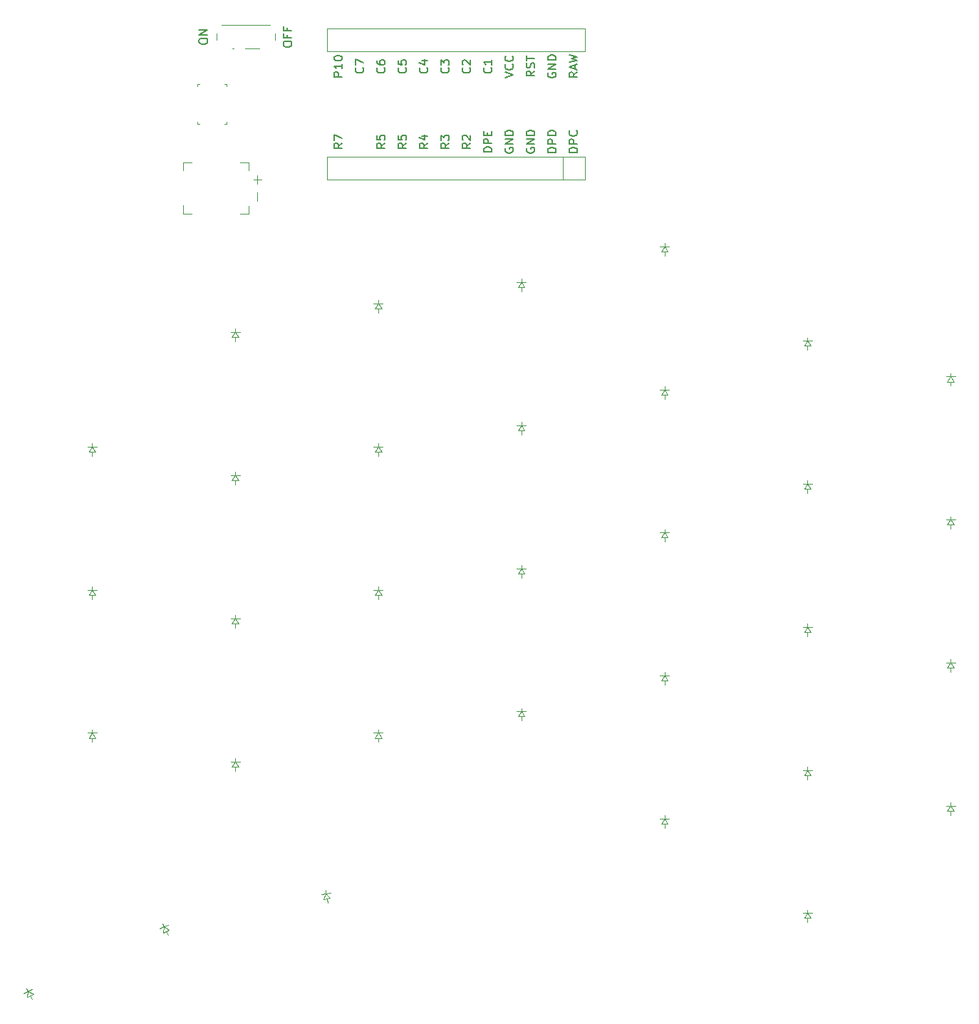
<source format=gto>
G04 #@! TF.GenerationSoftware,KiCad,Pcbnew,9.0.7+1*
G04 #@! TF.CreationDate,2026-02-15T05:04:06+00:00*
G04 #@! TF.ProjectId,right_pcb,72696768-745f-4706-9362-2e6b69636164,v0.2*
G04 #@! TF.SameCoordinates,Original*
G04 #@! TF.FileFunction,Legend,Top*
G04 #@! TF.FilePolarity,Positive*
%FSLAX46Y46*%
G04 Gerber Fmt 4.6, Leading zero omitted, Abs format (unit mm)*
G04 Created by KiCad (PCBNEW 9.0.7+1) date 2026-02-15 05:04:06*
%MOMM*%
%LPD*%
G01*
G04 APERTURE LIST*
%ADD10C,0.150000*%
%ADD11C,0.100000*%
%ADD12C,0.120000*%
%ADD13C,5.100000*%
%ADD14C,2.000000*%
%ADD15C,3.100000*%
%ADD16C,1.800000*%
%ADD17O,1.850000X1.300000*%
%ADD18C,1.000000*%
G04 APERTURE END LIST*
D10*
X268404819Y-43990476D02*
X267928628Y-44323809D01*
X268404819Y-44561904D02*
X267404819Y-44561904D01*
X267404819Y-44561904D02*
X267404819Y-44180952D01*
X267404819Y-44180952D02*
X267452438Y-44085714D01*
X267452438Y-44085714D02*
X267500057Y-44038095D01*
X267500057Y-44038095D02*
X267595295Y-43990476D01*
X267595295Y-43990476D02*
X267738152Y-43990476D01*
X267738152Y-43990476D02*
X267833390Y-44038095D01*
X267833390Y-44038095D02*
X267881009Y-44085714D01*
X267881009Y-44085714D02*
X267928628Y-44180952D01*
X267928628Y-44180952D02*
X267928628Y-44561904D01*
X268119104Y-43609523D02*
X268119104Y-43133333D01*
X268404819Y-43704761D02*
X267404819Y-43371428D01*
X267404819Y-43371428D02*
X268404819Y-43038095D01*
X267404819Y-42799999D02*
X268404819Y-42561904D01*
X268404819Y-42561904D02*
X267690533Y-42371428D01*
X267690533Y-42371428D02*
X268404819Y-42180952D01*
X268404819Y-42180952D02*
X267404819Y-41942857D01*
X268404819Y-53501904D02*
X267404819Y-53501904D01*
X267404819Y-53501904D02*
X267404819Y-53263809D01*
X267404819Y-53263809D02*
X267452438Y-53120952D01*
X267452438Y-53120952D02*
X267547676Y-53025714D01*
X267547676Y-53025714D02*
X267642914Y-52978095D01*
X267642914Y-52978095D02*
X267833390Y-52930476D01*
X267833390Y-52930476D02*
X267976247Y-52930476D01*
X267976247Y-52930476D02*
X268166723Y-52978095D01*
X268166723Y-52978095D02*
X268261961Y-53025714D01*
X268261961Y-53025714D02*
X268357200Y-53120952D01*
X268357200Y-53120952D02*
X268404819Y-53263809D01*
X268404819Y-53263809D02*
X268404819Y-53501904D01*
X268404819Y-52501904D02*
X267404819Y-52501904D01*
X267404819Y-52501904D02*
X267404819Y-52120952D01*
X267404819Y-52120952D02*
X267452438Y-52025714D01*
X267452438Y-52025714D02*
X267500057Y-51978095D01*
X267500057Y-51978095D02*
X267595295Y-51930476D01*
X267595295Y-51930476D02*
X267738152Y-51930476D01*
X267738152Y-51930476D02*
X267833390Y-51978095D01*
X267833390Y-51978095D02*
X267881009Y-52025714D01*
X267881009Y-52025714D02*
X267928628Y-52120952D01*
X267928628Y-52120952D02*
X267928628Y-52501904D01*
X268309580Y-50930476D02*
X268357200Y-50978095D01*
X268357200Y-50978095D02*
X268404819Y-51120952D01*
X268404819Y-51120952D02*
X268404819Y-51216190D01*
X268404819Y-51216190D02*
X268357200Y-51359047D01*
X268357200Y-51359047D02*
X268261961Y-51454285D01*
X268261961Y-51454285D02*
X268166723Y-51501904D01*
X268166723Y-51501904D02*
X267976247Y-51549523D01*
X267976247Y-51549523D02*
X267833390Y-51549523D01*
X267833390Y-51549523D02*
X267642914Y-51501904D01*
X267642914Y-51501904D02*
X267547676Y-51454285D01*
X267547676Y-51454285D02*
X267452438Y-51359047D01*
X267452438Y-51359047D02*
X267404819Y-51216190D01*
X267404819Y-51216190D02*
X267404819Y-51120952D01*
X267404819Y-51120952D02*
X267452438Y-50978095D01*
X267452438Y-50978095D02*
X267500057Y-50930476D01*
X264912438Y-44061904D02*
X264864819Y-44157142D01*
X264864819Y-44157142D02*
X264864819Y-44299999D01*
X264864819Y-44299999D02*
X264912438Y-44442856D01*
X264912438Y-44442856D02*
X265007676Y-44538094D01*
X265007676Y-44538094D02*
X265102914Y-44585713D01*
X265102914Y-44585713D02*
X265293390Y-44633332D01*
X265293390Y-44633332D02*
X265436247Y-44633332D01*
X265436247Y-44633332D02*
X265626723Y-44585713D01*
X265626723Y-44585713D02*
X265721961Y-44538094D01*
X265721961Y-44538094D02*
X265817200Y-44442856D01*
X265817200Y-44442856D02*
X265864819Y-44299999D01*
X265864819Y-44299999D02*
X265864819Y-44204761D01*
X265864819Y-44204761D02*
X265817200Y-44061904D01*
X265817200Y-44061904D02*
X265769580Y-44014285D01*
X265769580Y-44014285D02*
X265436247Y-44014285D01*
X265436247Y-44014285D02*
X265436247Y-44204761D01*
X265864819Y-43585713D02*
X264864819Y-43585713D01*
X264864819Y-43585713D02*
X265864819Y-43014285D01*
X265864819Y-43014285D02*
X264864819Y-43014285D01*
X265864819Y-42538094D02*
X264864819Y-42538094D01*
X264864819Y-42538094D02*
X264864819Y-42299999D01*
X264864819Y-42299999D02*
X264912438Y-42157142D01*
X264912438Y-42157142D02*
X265007676Y-42061904D01*
X265007676Y-42061904D02*
X265102914Y-42014285D01*
X265102914Y-42014285D02*
X265293390Y-41966666D01*
X265293390Y-41966666D02*
X265436247Y-41966666D01*
X265436247Y-41966666D02*
X265626723Y-42014285D01*
X265626723Y-42014285D02*
X265721961Y-42061904D01*
X265721961Y-42061904D02*
X265817200Y-42157142D01*
X265817200Y-42157142D02*
X265864819Y-42299999D01*
X265864819Y-42299999D02*
X265864819Y-42538094D01*
X265864819Y-53501904D02*
X264864819Y-53501904D01*
X264864819Y-53501904D02*
X264864819Y-53263809D01*
X264864819Y-53263809D02*
X264912438Y-53120952D01*
X264912438Y-53120952D02*
X265007676Y-53025714D01*
X265007676Y-53025714D02*
X265102914Y-52978095D01*
X265102914Y-52978095D02*
X265293390Y-52930476D01*
X265293390Y-52930476D02*
X265436247Y-52930476D01*
X265436247Y-52930476D02*
X265626723Y-52978095D01*
X265626723Y-52978095D02*
X265721961Y-53025714D01*
X265721961Y-53025714D02*
X265817200Y-53120952D01*
X265817200Y-53120952D02*
X265864819Y-53263809D01*
X265864819Y-53263809D02*
X265864819Y-53501904D01*
X265864819Y-52501904D02*
X264864819Y-52501904D01*
X264864819Y-52501904D02*
X264864819Y-52120952D01*
X264864819Y-52120952D02*
X264912438Y-52025714D01*
X264912438Y-52025714D02*
X264960057Y-51978095D01*
X264960057Y-51978095D02*
X265055295Y-51930476D01*
X265055295Y-51930476D02*
X265198152Y-51930476D01*
X265198152Y-51930476D02*
X265293390Y-51978095D01*
X265293390Y-51978095D02*
X265341009Y-52025714D01*
X265341009Y-52025714D02*
X265388628Y-52120952D01*
X265388628Y-52120952D02*
X265388628Y-52501904D01*
X265864819Y-51501904D02*
X264864819Y-51501904D01*
X264864819Y-51501904D02*
X264864819Y-51263809D01*
X264864819Y-51263809D02*
X264912438Y-51120952D01*
X264912438Y-51120952D02*
X265007676Y-51025714D01*
X265007676Y-51025714D02*
X265102914Y-50978095D01*
X265102914Y-50978095D02*
X265293390Y-50930476D01*
X265293390Y-50930476D02*
X265436247Y-50930476D01*
X265436247Y-50930476D02*
X265626723Y-50978095D01*
X265626723Y-50978095D02*
X265721961Y-51025714D01*
X265721961Y-51025714D02*
X265817200Y-51120952D01*
X265817200Y-51120952D02*
X265864819Y-51263809D01*
X265864819Y-51263809D02*
X265864819Y-51501904D01*
X263324819Y-43847619D02*
X262848628Y-44180952D01*
X263324819Y-44419047D02*
X262324819Y-44419047D01*
X262324819Y-44419047D02*
X262324819Y-44038095D01*
X262324819Y-44038095D02*
X262372438Y-43942857D01*
X262372438Y-43942857D02*
X262420057Y-43895238D01*
X262420057Y-43895238D02*
X262515295Y-43847619D01*
X262515295Y-43847619D02*
X262658152Y-43847619D01*
X262658152Y-43847619D02*
X262753390Y-43895238D01*
X262753390Y-43895238D02*
X262801009Y-43942857D01*
X262801009Y-43942857D02*
X262848628Y-44038095D01*
X262848628Y-44038095D02*
X262848628Y-44419047D01*
X263277200Y-43466666D02*
X263324819Y-43323809D01*
X263324819Y-43323809D02*
X263324819Y-43085714D01*
X263324819Y-43085714D02*
X263277200Y-42990476D01*
X263277200Y-42990476D02*
X263229580Y-42942857D01*
X263229580Y-42942857D02*
X263134342Y-42895238D01*
X263134342Y-42895238D02*
X263039104Y-42895238D01*
X263039104Y-42895238D02*
X262943866Y-42942857D01*
X262943866Y-42942857D02*
X262896247Y-42990476D01*
X262896247Y-42990476D02*
X262848628Y-43085714D01*
X262848628Y-43085714D02*
X262801009Y-43276190D01*
X262801009Y-43276190D02*
X262753390Y-43371428D01*
X262753390Y-43371428D02*
X262705771Y-43419047D01*
X262705771Y-43419047D02*
X262610533Y-43466666D01*
X262610533Y-43466666D02*
X262515295Y-43466666D01*
X262515295Y-43466666D02*
X262420057Y-43419047D01*
X262420057Y-43419047D02*
X262372438Y-43371428D01*
X262372438Y-43371428D02*
X262324819Y-43276190D01*
X262324819Y-43276190D02*
X262324819Y-43038095D01*
X262324819Y-43038095D02*
X262372438Y-42895238D01*
X262324819Y-42609523D02*
X262324819Y-42038095D01*
X263324819Y-42323809D02*
X262324819Y-42323809D01*
X262372438Y-53001904D02*
X262324819Y-53097142D01*
X262324819Y-53097142D02*
X262324819Y-53239999D01*
X262324819Y-53239999D02*
X262372438Y-53382856D01*
X262372438Y-53382856D02*
X262467676Y-53478094D01*
X262467676Y-53478094D02*
X262562914Y-53525713D01*
X262562914Y-53525713D02*
X262753390Y-53573332D01*
X262753390Y-53573332D02*
X262896247Y-53573332D01*
X262896247Y-53573332D02*
X263086723Y-53525713D01*
X263086723Y-53525713D02*
X263181961Y-53478094D01*
X263181961Y-53478094D02*
X263277200Y-53382856D01*
X263277200Y-53382856D02*
X263324819Y-53239999D01*
X263324819Y-53239999D02*
X263324819Y-53144761D01*
X263324819Y-53144761D02*
X263277200Y-53001904D01*
X263277200Y-53001904D02*
X263229580Y-52954285D01*
X263229580Y-52954285D02*
X262896247Y-52954285D01*
X262896247Y-52954285D02*
X262896247Y-53144761D01*
X263324819Y-52525713D02*
X262324819Y-52525713D01*
X262324819Y-52525713D02*
X263324819Y-51954285D01*
X263324819Y-51954285D02*
X262324819Y-51954285D01*
X263324819Y-51478094D02*
X262324819Y-51478094D01*
X262324819Y-51478094D02*
X262324819Y-51239999D01*
X262324819Y-51239999D02*
X262372438Y-51097142D01*
X262372438Y-51097142D02*
X262467676Y-51001904D01*
X262467676Y-51001904D02*
X262562914Y-50954285D01*
X262562914Y-50954285D02*
X262753390Y-50906666D01*
X262753390Y-50906666D02*
X262896247Y-50906666D01*
X262896247Y-50906666D02*
X263086723Y-50954285D01*
X263086723Y-50954285D02*
X263181961Y-51001904D01*
X263181961Y-51001904D02*
X263277200Y-51097142D01*
X263277200Y-51097142D02*
X263324819Y-51239999D01*
X263324819Y-51239999D02*
X263324819Y-51478094D01*
X259784819Y-44633332D02*
X260784819Y-44299999D01*
X260784819Y-44299999D02*
X259784819Y-43966666D01*
X260689580Y-43061904D02*
X260737200Y-43109523D01*
X260737200Y-43109523D02*
X260784819Y-43252380D01*
X260784819Y-43252380D02*
X260784819Y-43347618D01*
X260784819Y-43347618D02*
X260737200Y-43490475D01*
X260737200Y-43490475D02*
X260641961Y-43585713D01*
X260641961Y-43585713D02*
X260546723Y-43633332D01*
X260546723Y-43633332D02*
X260356247Y-43680951D01*
X260356247Y-43680951D02*
X260213390Y-43680951D01*
X260213390Y-43680951D02*
X260022914Y-43633332D01*
X260022914Y-43633332D02*
X259927676Y-43585713D01*
X259927676Y-43585713D02*
X259832438Y-43490475D01*
X259832438Y-43490475D02*
X259784819Y-43347618D01*
X259784819Y-43347618D02*
X259784819Y-43252380D01*
X259784819Y-43252380D02*
X259832438Y-43109523D01*
X259832438Y-43109523D02*
X259880057Y-43061904D01*
X260689580Y-42061904D02*
X260737200Y-42109523D01*
X260737200Y-42109523D02*
X260784819Y-42252380D01*
X260784819Y-42252380D02*
X260784819Y-42347618D01*
X260784819Y-42347618D02*
X260737200Y-42490475D01*
X260737200Y-42490475D02*
X260641961Y-42585713D01*
X260641961Y-42585713D02*
X260546723Y-42633332D01*
X260546723Y-42633332D02*
X260356247Y-42680951D01*
X260356247Y-42680951D02*
X260213390Y-42680951D01*
X260213390Y-42680951D02*
X260022914Y-42633332D01*
X260022914Y-42633332D02*
X259927676Y-42585713D01*
X259927676Y-42585713D02*
X259832438Y-42490475D01*
X259832438Y-42490475D02*
X259784819Y-42347618D01*
X259784819Y-42347618D02*
X259784819Y-42252380D01*
X259784819Y-42252380D02*
X259832438Y-42109523D01*
X259832438Y-42109523D02*
X259880057Y-42061904D01*
X259832438Y-53001904D02*
X259784819Y-53097142D01*
X259784819Y-53097142D02*
X259784819Y-53239999D01*
X259784819Y-53239999D02*
X259832438Y-53382856D01*
X259832438Y-53382856D02*
X259927676Y-53478094D01*
X259927676Y-53478094D02*
X260022914Y-53525713D01*
X260022914Y-53525713D02*
X260213390Y-53573332D01*
X260213390Y-53573332D02*
X260356247Y-53573332D01*
X260356247Y-53573332D02*
X260546723Y-53525713D01*
X260546723Y-53525713D02*
X260641961Y-53478094D01*
X260641961Y-53478094D02*
X260737200Y-53382856D01*
X260737200Y-53382856D02*
X260784819Y-53239999D01*
X260784819Y-53239999D02*
X260784819Y-53144761D01*
X260784819Y-53144761D02*
X260737200Y-53001904D01*
X260737200Y-53001904D02*
X260689580Y-52954285D01*
X260689580Y-52954285D02*
X260356247Y-52954285D01*
X260356247Y-52954285D02*
X260356247Y-53144761D01*
X260784819Y-52525713D02*
X259784819Y-52525713D01*
X259784819Y-52525713D02*
X260784819Y-51954285D01*
X260784819Y-51954285D02*
X259784819Y-51954285D01*
X260784819Y-51478094D02*
X259784819Y-51478094D01*
X259784819Y-51478094D02*
X259784819Y-51239999D01*
X259784819Y-51239999D02*
X259832438Y-51097142D01*
X259832438Y-51097142D02*
X259927676Y-51001904D01*
X259927676Y-51001904D02*
X260022914Y-50954285D01*
X260022914Y-50954285D02*
X260213390Y-50906666D01*
X260213390Y-50906666D02*
X260356247Y-50906666D01*
X260356247Y-50906666D02*
X260546723Y-50954285D01*
X260546723Y-50954285D02*
X260641961Y-51001904D01*
X260641961Y-51001904D02*
X260737200Y-51097142D01*
X260737200Y-51097142D02*
X260784819Y-51239999D01*
X260784819Y-51239999D02*
X260784819Y-51478094D01*
X258149580Y-43466666D02*
X258197200Y-43514285D01*
X258197200Y-43514285D02*
X258244819Y-43657142D01*
X258244819Y-43657142D02*
X258244819Y-43752380D01*
X258244819Y-43752380D02*
X258197200Y-43895237D01*
X258197200Y-43895237D02*
X258101961Y-43990475D01*
X258101961Y-43990475D02*
X258006723Y-44038094D01*
X258006723Y-44038094D02*
X257816247Y-44085713D01*
X257816247Y-44085713D02*
X257673390Y-44085713D01*
X257673390Y-44085713D02*
X257482914Y-44038094D01*
X257482914Y-44038094D02*
X257387676Y-43990475D01*
X257387676Y-43990475D02*
X257292438Y-43895237D01*
X257292438Y-43895237D02*
X257244819Y-43752380D01*
X257244819Y-43752380D02*
X257244819Y-43657142D01*
X257244819Y-43657142D02*
X257292438Y-43514285D01*
X257292438Y-43514285D02*
X257340057Y-43466666D01*
X258244819Y-42514285D02*
X258244819Y-43085713D01*
X258244819Y-42799999D02*
X257244819Y-42799999D01*
X257244819Y-42799999D02*
X257387676Y-42895237D01*
X257387676Y-42895237D02*
X257482914Y-42990475D01*
X257482914Y-42990475D02*
X257530533Y-43085713D01*
X258244819Y-53454285D02*
X257244819Y-53454285D01*
X257244819Y-53454285D02*
X257244819Y-53216190D01*
X257244819Y-53216190D02*
X257292438Y-53073333D01*
X257292438Y-53073333D02*
X257387676Y-52978095D01*
X257387676Y-52978095D02*
X257482914Y-52930476D01*
X257482914Y-52930476D02*
X257673390Y-52882857D01*
X257673390Y-52882857D02*
X257816247Y-52882857D01*
X257816247Y-52882857D02*
X258006723Y-52930476D01*
X258006723Y-52930476D02*
X258101961Y-52978095D01*
X258101961Y-52978095D02*
X258197200Y-53073333D01*
X258197200Y-53073333D02*
X258244819Y-53216190D01*
X258244819Y-53216190D02*
X258244819Y-53454285D01*
X258244819Y-52454285D02*
X257244819Y-52454285D01*
X257244819Y-52454285D02*
X257244819Y-52073333D01*
X257244819Y-52073333D02*
X257292438Y-51978095D01*
X257292438Y-51978095D02*
X257340057Y-51930476D01*
X257340057Y-51930476D02*
X257435295Y-51882857D01*
X257435295Y-51882857D02*
X257578152Y-51882857D01*
X257578152Y-51882857D02*
X257673390Y-51930476D01*
X257673390Y-51930476D02*
X257721009Y-51978095D01*
X257721009Y-51978095D02*
X257768628Y-52073333D01*
X257768628Y-52073333D02*
X257768628Y-52454285D01*
X257721009Y-51454285D02*
X257721009Y-51120952D01*
X258244819Y-50978095D02*
X258244819Y-51454285D01*
X258244819Y-51454285D02*
X257244819Y-51454285D01*
X257244819Y-51454285D02*
X257244819Y-50978095D01*
X255609580Y-43466666D02*
X255657200Y-43514285D01*
X255657200Y-43514285D02*
X255704819Y-43657142D01*
X255704819Y-43657142D02*
X255704819Y-43752380D01*
X255704819Y-43752380D02*
X255657200Y-43895237D01*
X255657200Y-43895237D02*
X255561961Y-43990475D01*
X255561961Y-43990475D02*
X255466723Y-44038094D01*
X255466723Y-44038094D02*
X255276247Y-44085713D01*
X255276247Y-44085713D02*
X255133390Y-44085713D01*
X255133390Y-44085713D02*
X254942914Y-44038094D01*
X254942914Y-44038094D02*
X254847676Y-43990475D01*
X254847676Y-43990475D02*
X254752438Y-43895237D01*
X254752438Y-43895237D02*
X254704819Y-43752380D01*
X254704819Y-43752380D02*
X254704819Y-43657142D01*
X254704819Y-43657142D02*
X254752438Y-43514285D01*
X254752438Y-43514285D02*
X254800057Y-43466666D01*
X254800057Y-43085713D02*
X254752438Y-43038094D01*
X254752438Y-43038094D02*
X254704819Y-42942856D01*
X254704819Y-42942856D02*
X254704819Y-42704761D01*
X254704819Y-42704761D02*
X254752438Y-42609523D01*
X254752438Y-42609523D02*
X254800057Y-42561904D01*
X254800057Y-42561904D02*
X254895295Y-42514285D01*
X254895295Y-42514285D02*
X254990533Y-42514285D01*
X254990533Y-42514285D02*
X255133390Y-42561904D01*
X255133390Y-42561904D02*
X255704819Y-43133332D01*
X255704819Y-43133332D02*
X255704819Y-42514285D01*
X255704819Y-52406666D02*
X255228628Y-52739999D01*
X255704819Y-52978094D02*
X254704819Y-52978094D01*
X254704819Y-52978094D02*
X254704819Y-52597142D01*
X254704819Y-52597142D02*
X254752438Y-52501904D01*
X254752438Y-52501904D02*
X254800057Y-52454285D01*
X254800057Y-52454285D02*
X254895295Y-52406666D01*
X254895295Y-52406666D02*
X255038152Y-52406666D01*
X255038152Y-52406666D02*
X255133390Y-52454285D01*
X255133390Y-52454285D02*
X255181009Y-52501904D01*
X255181009Y-52501904D02*
X255228628Y-52597142D01*
X255228628Y-52597142D02*
X255228628Y-52978094D01*
X254800057Y-52025713D02*
X254752438Y-51978094D01*
X254752438Y-51978094D02*
X254704819Y-51882856D01*
X254704819Y-51882856D02*
X254704819Y-51644761D01*
X254704819Y-51644761D02*
X254752438Y-51549523D01*
X254752438Y-51549523D02*
X254800057Y-51501904D01*
X254800057Y-51501904D02*
X254895295Y-51454285D01*
X254895295Y-51454285D02*
X254990533Y-51454285D01*
X254990533Y-51454285D02*
X255133390Y-51501904D01*
X255133390Y-51501904D02*
X255704819Y-52073332D01*
X255704819Y-52073332D02*
X255704819Y-51454285D01*
X253069580Y-43466666D02*
X253117200Y-43514285D01*
X253117200Y-43514285D02*
X253164819Y-43657142D01*
X253164819Y-43657142D02*
X253164819Y-43752380D01*
X253164819Y-43752380D02*
X253117200Y-43895237D01*
X253117200Y-43895237D02*
X253021961Y-43990475D01*
X253021961Y-43990475D02*
X252926723Y-44038094D01*
X252926723Y-44038094D02*
X252736247Y-44085713D01*
X252736247Y-44085713D02*
X252593390Y-44085713D01*
X252593390Y-44085713D02*
X252402914Y-44038094D01*
X252402914Y-44038094D02*
X252307676Y-43990475D01*
X252307676Y-43990475D02*
X252212438Y-43895237D01*
X252212438Y-43895237D02*
X252164819Y-43752380D01*
X252164819Y-43752380D02*
X252164819Y-43657142D01*
X252164819Y-43657142D02*
X252212438Y-43514285D01*
X252212438Y-43514285D02*
X252260057Y-43466666D01*
X252164819Y-43133332D02*
X252164819Y-42514285D01*
X252164819Y-42514285D02*
X252545771Y-42847618D01*
X252545771Y-42847618D02*
X252545771Y-42704761D01*
X252545771Y-42704761D02*
X252593390Y-42609523D01*
X252593390Y-42609523D02*
X252641009Y-42561904D01*
X252641009Y-42561904D02*
X252736247Y-42514285D01*
X252736247Y-42514285D02*
X252974342Y-42514285D01*
X252974342Y-42514285D02*
X253069580Y-42561904D01*
X253069580Y-42561904D02*
X253117200Y-42609523D01*
X253117200Y-42609523D02*
X253164819Y-42704761D01*
X253164819Y-42704761D02*
X253164819Y-42990475D01*
X253164819Y-42990475D02*
X253117200Y-43085713D01*
X253117200Y-43085713D02*
X253069580Y-43133332D01*
X253164819Y-52406666D02*
X252688628Y-52739999D01*
X253164819Y-52978094D02*
X252164819Y-52978094D01*
X252164819Y-52978094D02*
X252164819Y-52597142D01*
X252164819Y-52597142D02*
X252212438Y-52501904D01*
X252212438Y-52501904D02*
X252260057Y-52454285D01*
X252260057Y-52454285D02*
X252355295Y-52406666D01*
X252355295Y-52406666D02*
X252498152Y-52406666D01*
X252498152Y-52406666D02*
X252593390Y-52454285D01*
X252593390Y-52454285D02*
X252641009Y-52501904D01*
X252641009Y-52501904D02*
X252688628Y-52597142D01*
X252688628Y-52597142D02*
X252688628Y-52978094D01*
X252164819Y-52073332D02*
X252164819Y-51454285D01*
X252164819Y-51454285D02*
X252545771Y-51787618D01*
X252545771Y-51787618D02*
X252545771Y-51644761D01*
X252545771Y-51644761D02*
X252593390Y-51549523D01*
X252593390Y-51549523D02*
X252641009Y-51501904D01*
X252641009Y-51501904D02*
X252736247Y-51454285D01*
X252736247Y-51454285D02*
X252974342Y-51454285D01*
X252974342Y-51454285D02*
X253069580Y-51501904D01*
X253069580Y-51501904D02*
X253117200Y-51549523D01*
X253117200Y-51549523D02*
X253164819Y-51644761D01*
X253164819Y-51644761D02*
X253164819Y-51930475D01*
X253164819Y-51930475D02*
X253117200Y-52025713D01*
X253117200Y-52025713D02*
X253069580Y-52073332D01*
X250529580Y-43466666D02*
X250577200Y-43514285D01*
X250577200Y-43514285D02*
X250624819Y-43657142D01*
X250624819Y-43657142D02*
X250624819Y-43752380D01*
X250624819Y-43752380D02*
X250577200Y-43895237D01*
X250577200Y-43895237D02*
X250481961Y-43990475D01*
X250481961Y-43990475D02*
X250386723Y-44038094D01*
X250386723Y-44038094D02*
X250196247Y-44085713D01*
X250196247Y-44085713D02*
X250053390Y-44085713D01*
X250053390Y-44085713D02*
X249862914Y-44038094D01*
X249862914Y-44038094D02*
X249767676Y-43990475D01*
X249767676Y-43990475D02*
X249672438Y-43895237D01*
X249672438Y-43895237D02*
X249624819Y-43752380D01*
X249624819Y-43752380D02*
X249624819Y-43657142D01*
X249624819Y-43657142D02*
X249672438Y-43514285D01*
X249672438Y-43514285D02*
X249720057Y-43466666D01*
X249958152Y-42609523D02*
X250624819Y-42609523D01*
X249577200Y-42847618D02*
X250291485Y-43085713D01*
X250291485Y-43085713D02*
X250291485Y-42466666D01*
X250624819Y-52406666D02*
X250148628Y-52739999D01*
X250624819Y-52978094D02*
X249624819Y-52978094D01*
X249624819Y-52978094D02*
X249624819Y-52597142D01*
X249624819Y-52597142D02*
X249672438Y-52501904D01*
X249672438Y-52501904D02*
X249720057Y-52454285D01*
X249720057Y-52454285D02*
X249815295Y-52406666D01*
X249815295Y-52406666D02*
X249958152Y-52406666D01*
X249958152Y-52406666D02*
X250053390Y-52454285D01*
X250053390Y-52454285D02*
X250101009Y-52501904D01*
X250101009Y-52501904D02*
X250148628Y-52597142D01*
X250148628Y-52597142D02*
X250148628Y-52978094D01*
X249958152Y-51549523D02*
X250624819Y-51549523D01*
X249577200Y-51787618D02*
X250291485Y-52025713D01*
X250291485Y-52025713D02*
X250291485Y-51406666D01*
X247989580Y-43466666D02*
X248037200Y-43514285D01*
X248037200Y-43514285D02*
X248084819Y-43657142D01*
X248084819Y-43657142D02*
X248084819Y-43752380D01*
X248084819Y-43752380D02*
X248037200Y-43895237D01*
X248037200Y-43895237D02*
X247941961Y-43990475D01*
X247941961Y-43990475D02*
X247846723Y-44038094D01*
X247846723Y-44038094D02*
X247656247Y-44085713D01*
X247656247Y-44085713D02*
X247513390Y-44085713D01*
X247513390Y-44085713D02*
X247322914Y-44038094D01*
X247322914Y-44038094D02*
X247227676Y-43990475D01*
X247227676Y-43990475D02*
X247132438Y-43895237D01*
X247132438Y-43895237D02*
X247084819Y-43752380D01*
X247084819Y-43752380D02*
X247084819Y-43657142D01*
X247084819Y-43657142D02*
X247132438Y-43514285D01*
X247132438Y-43514285D02*
X247180057Y-43466666D01*
X247084819Y-42561904D02*
X247084819Y-43038094D01*
X247084819Y-43038094D02*
X247561009Y-43085713D01*
X247561009Y-43085713D02*
X247513390Y-43038094D01*
X247513390Y-43038094D02*
X247465771Y-42942856D01*
X247465771Y-42942856D02*
X247465771Y-42704761D01*
X247465771Y-42704761D02*
X247513390Y-42609523D01*
X247513390Y-42609523D02*
X247561009Y-42561904D01*
X247561009Y-42561904D02*
X247656247Y-42514285D01*
X247656247Y-42514285D02*
X247894342Y-42514285D01*
X247894342Y-42514285D02*
X247989580Y-42561904D01*
X247989580Y-42561904D02*
X248037200Y-42609523D01*
X248037200Y-42609523D02*
X248084819Y-42704761D01*
X248084819Y-42704761D02*
X248084819Y-42942856D01*
X248084819Y-42942856D02*
X248037200Y-43038094D01*
X248037200Y-43038094D02*
X247989580Y-43085713D01*
X248084819Y-52406666D02*
X247608628Y-52739999D01*
X248084819Y-52978094D02*
X247084819Y-52978094D01*
X247084819Y-52978094D02*
X247084819Y-52597142D01*
X247084819Y-52597142D02*
X247132438Y-52501904D01*
X247132438Y-52501904D02*
X247180057Y-52454285D01*
X247180057Y-52454285D02*
X247275295Y-52406666D01*
X247275295Y-52406666D02*
X247418152Y-52406666D01*
X247418152Y-52406666D02*
X247513390Y-52454285D01*
X247513390Y-52454285D02*
X247561009Y-52501904D01*
X247561009Y-52501904D02*
X247608628Y-52597142D01*
X247608628Y-52597142D02*
X247608628Y-52978094D01*
X247084819Y-51501904D02*
X247084819Y-51978094D01*
X247084819Y-51978094D02*
X247561009Y-52025713D01*
X247561009Y-52025713D02*
X247513390Y-51978094D01*
X247513390Y-51978094D02*
X247465771Y-51882856D01*
X247465771Y-51882856D02*
X247465771Y-51644761D01*
X247465771Y-51644761D02*
X247513390Y-51549523D01*
X247513390Y-51549523D02*
X247561009Y-51501904D01*
X247561009Y-51501904D02*
X247656247Y-51454285D01*
X247656247Y-51454285D02*
X247894342Y-51454285D01*
X247894342Y-51454285D02*
X247989580Y-51501904D01*
X247989580Y-51501904D02*
X248037200Y-51549523D01*
X248037200Y-51549523D02*
X248084819Y-51644761D01*
X248084819Y-51644761D02*
X248084819Y-51882856D01*
X248084819Y-51882856D02*
X248037200Y-51978094D01*
X248037200Y-51978094D02*
X247989580Y-52025713D01*
X245449580Y-43466666D02*
X245497200Y-43514285D01*
X245497200Y-43514285D02*
X245544819Y-43657142D01*
X245544819Y-43657142D02*
X245544819Y-43752380D01*
X245544819Y-43752380D02*
X245497200Y-43895237D01*
X245497200Y-43895237D02*
X245401961Y-43990475D01*
X245401961Y-43990475D02*
X245306723Y-44038094D01*
X245306723Y-44038094D02*
X245116247Y-44085713D01*
X245116247Y-44085713D02*
X244973390Y-44085713D01*
X244973390Y-44085713D02*
X244782914Y-44038094D01*
X244782914Y-44038094D02*
X244687676Y-43990475D01*
X244687676Y-43990475D02*
X244592438Y-43895237D01*
X244592438Y-43895237D02*
X244544819Y-43752380D01*
X244544819Y-43752380D02*
X244544819Y-43657142D01*
X244544819Y-43657142D02*
X244592438Y-43514285D01*
X244592438Y-43514285D02*
X244640057Y-43466666D01*
X244544819Y-42609523D02*
X244544819Y-42799999D01*
X244544819Y-42799999D02*
X244592438Y-42895237D01*
X244592438Y-42895237D02*
X244640057Y-42942856D01*
X244640057Y-42942856D02*
X244782914Y-43038094D01*
X244782914Y-43038094D02*
X244973390Y-43085713D01*
X244973390Y-43085713D02*
X245354342Y-43085713D01*
X245354342Y-43085713D02*
X245449580Y-43038094D01*
X245449580Y-43038094D02*
X245497200Y-42990475D01*
X245497200Y-42990475D02*
X245544819Y-42895237D01*
X245544819Y-42895237D02*
X245544819Y-42704761D01*
X245544819Y-42704761D02*
X245497200Y-42609523D01*
X245497200Y-42609523D02*
X245449580Y-42561904D01*
X245449580Y-42561904D02*
X245354342Y-42514285D01*
X245354342Y-42514285D02*
X245116247Y-42514285D01*
X245116247Y-42514285D02*
X245021009Y-42561904D01*
X245021009Y-42561904D02*
X244973390Y-42609523D01*
X244973390Y-42609523D02*
X244925771Y-42704761D01*
X244925771Y-42704761D02*
X244925771Y-42895237D01*
X244925771Y-42895237D02*
X244973390Y-42990475D01*
X244973390Y-42990475D02*
X245021009Y-43038094D01*
X245021009Y-43038094D02*
X245116247Y-43085713D01*
X245544819Y-52406666D02*
X245068628Y-52739999D01*
X245544819Y-52978094D02*
X244544819Y-52978094D01*
X244544819Y-52978094D02*
X244544819Y-52597142D01*
X244544819Y-52597142D02*
X244592438Y-52501904D01*
X244592438Y-52501904D02*
X244640057Y-52454285D01*
X244640057Y-52454285D02*
X244735295Y-52406666D01*
X244735295Y-52406666D02*
X244878152Y-52406666D01*
X244878152Y-52406666D02*
X244973390Y-52454285D01*
X244973390Y-52454285D02*
X245021009Y-52501904D01*
X245021009Y-52501904D02*
X245068628Y-52597142D01*
X245068628Y-52597142D02*
X245068628Y-52978094D01*
X244544819Y-51501904D02*
X244544819Y-51978094D01*
X244544819Y-51978094D02*
X245021009Y-52025713D01*
X245021009Y-52025713D02*
X244973390Y-51978094D01*
X244973390Y-51978094D02*
X244925771Y-51882856D01*
X244925771Y-51882856D02*
X244925771Y-51644761D01*
X244925771Y-51644761D02*
X244973390Y-51549523D01*
X244973390Y-51549523D02*
X245021009Y-51501904D01*
X245021009Y-51501904D02*
X245116247Y-51454285D01*
X245116247Y-51454285D02*
X245354342Y-51454285D01*
X245354342Y-51454285D02*
X245449580Y-51501904D01*
X245449580Y-51501904D02*
X245497200Y-51549523D01*
X245497200Y-51549523D02*
X245544819Y-51644761D01*
X245544819Y-51644761D02*
X245544819Y-51882856D01*
X245544819Y-51882856D02*
X245497200Y-51978094D01*
X245497200Y-51978094D02*
X245449580Y-52025713D01*
X242909580Y-43466666D02*
X242957200Y-43514285D01*
X242957200Y-43514285D02*
X243004819Y-43657142D01*
X243004819Y-43657142D02*
X243004819Y-43752380D01*
X243004819Y-43752380D02*
X242957200Y-43895237D01*
X242957200Y-43895237D02*
X242861961Y-43990475D01*
X242861961Y-43990475D02*
X242766723Y-44038094D01*
X242766723Y-44038094D02*
X242576247Y-44085713D01*
X242576247Y-44085713D02*
X242433390Y-44085713D01*
X242433390Y-44085713D02*
X242242914Y-44038094D01*
X242242914Y-44038094D02*
X242147676Y-43990475D01*
X242147676Y-43990475D02*
X242052438Y-43895237D01*
X242052438Y-43895237D02*
X242004819Y-43752380D01*
X242004819Y-43752380D02*
X242004819Y-43657142D01*
X242004819Y-43657142D02*
X242052438Y-43514285D01*
X242052438Y-43514285D02*
X242100057Y-43466666D01*
X242004819Y-43133332D02*
X242004819Y-42466666D01*
X242004819Y-42466666D02*
X243004819Y-42895237D01*
X240464819Y-44514285D02*
X239464819Y-44514285D01*
X239464819Y-44514285D02*
X239464819Y-44133333D01*
X239464819Y-44133333D02*
X239512438Y-44038095D01*
X239512438Y-44038095D02*
X239560057Y-43990476D01*
X239560057Y-43990476D02*
X239655295Y-43942857D01*
X239655295Y-43942857D02*
X239798152Y-43942857D01*
X239798152Y-43942857D02*
X239893390Y-43990476D01*
X239893390Y-43990476D02*
X239941009Y-44038095D01*
X239941009Y-44038095D02*
X239988628Y-44133333D01*
X239988628Y-44133333D02*
X239988628Y-44514285D01*
X240464819Y-42990476D02*
X240464819Y-43561904D01*
X240464819Y-43276190D02*
X239464819Y-43276190D01*
X239464819Y-43276190D02*
X239607676Y-43371428D01*
X239607676Y-43371428D02*
X239702914Y-43466666D01*
X239702914Y-43466666D02*
X239750533Y-43561904D01*
X239464819Y-42371428D02*
X239464819Y-42276190D01*
X239464819Y-42276190D02*
X239512438Y-42180952D01*
X239512438Y-42180952D02*
X239560057Y-42133333D01*
X239560057Y-42133333D02*
X239655295Y-42085714D01*
X239655295Y-42085714D02*
X239845771Y-42038095D01*
X239845771Y-42038095D02*
X240083866Y-42038095D01*
X240083866Y-42038095D02*
X240274342Y-42085714D01*
X240274342Y-42085714D02*
X240369580Y-42133333D01*
X240369580Y-42133333D02*
X240417200Y-42180952D01*
X240417200Y-42180952D02*
X240464819Y-42276190D01*
X240464819Y-42276190D02*
X240464819Y-42371428D01*
X240464819Y-42371428D02*
X240417200Y-42466666D01*
X240417200Y-42466666D02*
X240369580Y-42514285D01*
X240369580Y-42514285D02*
X240274342Y-42561904D01*
X240274342Y-42561904D02*
X240083866Y-42609523D01*
X240083866Y-42609523D02*
X239845771Y-42609523D01*
X239845771Y-42609523D02*
X239655295Y-42561904D01*
X239655295Y-42561904D02*
X239560057Y-42514285D01*
X239560057Y-42514285D02*
X239512438Y-42466666D01*
X239512438Y-42466666D02*
X239464819Y-42371428D01*
X240464819Y-52406666D02*
X239988628Y-52739999D01*
X240464819Y-52978094D02*
X239464819Y-52978094D01*
X239464819Y-52978094D02*
X239464819Y-52597142D01*
X239464819Y-52597142D02*
X239512438Y-52501904D01*
X239512438Y-52501904D02*
X239560057Y-52454285D01*
X239560057Y-52454285D02*
X239655295Y-52406666D01*
X239655295Y-52406666D02*
X239798152Y-52406666D01*
X239798152Y-52406666D02*
X239893390Y-52454285D01*
X239893390Y-52454285D02*
X239941009Y-52501904D01*
X239941009Y-52501904D02*
X239988628Y-52597142D01*
X239988628Y-52597142D02*
X239988628Y-52978094D01*
X239464819Y-52073332D02*
X239464819Y-51406666D01*
X239464819Y-51406666D02*
X240464819Y-51835237D01*
X223454819Y-40389047D02*
X223454819Y-40198571D01*
X223454819Y-40198571D02*
X223502438Y-40103333D01*
X223502438Y-40103333D02*
X223597676Y-40008095D01*
X223597676Y-40008095D02*
X223788152Y-39960476D01*
X223788152Y-39960476D02*
X224121485Y-39960476D01*
X224121485Y-39960476D02*
X224311961Y-40008095D01*
X224311961Y-40008095D02*
X224407200Y-40103333D01*
X224407200Y-40103333D02*
X224454819Y-40198571D01*
X224454819Y-40198571D02*
X224454819Y-40389047D01*
X224454819Y-40389047D02*
X224407200Y-40484285D01*
X224407200Y-40484285D02*
X224311961Y-40579523D01*
X224311961Y-40579523D02*
X224121485Y-40627142D01*
X224121485Y-40627142D02*
X223788152Y-40627142D01*
X223788152Y-40627142D02*
X223597676Y-40579523D01*
X223597676Y-40579523D02*
X223502438Y-40484285D01*
X223502438Y-40484285D02*
X223454819Y-40389047D01*
X224454819Y-39531904D02*
X223454819Y-39531904D01*
X223454819Y-39531904D02*
X224454819Y-38960476D01*
X224454819Y-38960476D02*
X223454819Y-38960476D01*
X233454819Y-40722380D02*
X233454819Y-40531904D01*
X233454819Y-40531904D02*
X233502438Y-40436666D01*
X233502438Y-40436666D02*
X233597676Y-40341428D01*
X233597676Y-40341428D02*
X233788152Y-40293809D01*
X233788152Y-40293809D02*
X234121485Y-40293809D01*
X234121485Y-40293809D02*
X234311961Y-40341428D01*
X234311961Y-40341428D02*
X234407200Y-40436666D01*
X234407200Y-40436666D02*
X234454819Y-40531904D01*
X234454819Y-40531904D02*
X234454819Y-40722380D01*
X234454819Y-40722380D02*
X234407200Y-40817618D01*
X234407200Y-40817618D02*
X234311961Y-40912856D01*
X234311961Y-40912856D02*
X234121485Y-40960475D01*
X234121485Y-40960475D02*
X233788152Y-40960475D01*
X233788152Y-40960475D02*
X233597676Y-40912856D01*
X233597676Y-40912856D02*
X233502438Y-40817618D01*
X233502438Y-40817618D02*
X233454819Y-40722380D01*
X233931009Y-39531904D02*
X233931009Y-39865237D01*
X234454819Y-39865237D02*
X233454819Y-39865237D01*
X233454819Y-39865237D02*
X233454819Y-39389047D01*
X233931009Y-38674761D02*
X233931009Y-39008094D01*
X234454819Y-39008094D02*
X233454819Y-39008094D01*
X233454819Y-39008094D02*
X233454819Y-38531904D01*
D11*
X312750000Y-131750000D02*
X312750000Y-132250000D01*
X312350000Y-131750000D02*
X312750000Y-131150000D01*
X313150000Y-131750000D02*
X312350000Y-131750000D01*
X312750000Y-131150000D02*
X313150000Y-131750000D01*
X312750000Y-131150000D02*
X312200000Y-131150000D01*
X312750000Y-131150000D02*
X313300000Y-131150000D01*
X312750000Y-130750000D02*
X312750000Y-131150000D01*
X312750000Y-114750000D02*
X312750000Y-115250000D01*
X312350000Y-114750000D02*
X312750000Y-114150000D01*
X313150000Y-114750000D02*
X312350000Y-114750000D01*
X312750000Y-114150000D02*
X313150000Y-114750000D01*
X312750000Y-114150000D02*
X312200000Y-114150000D01*
X312750000Y-114150000D02*
X313300000Y-114150000D01*
X312750000Y-113750000D02*
X312750000Y-114150000D01*
X312750000Y-97750000D02*
X312750000Y-98250000D01*
X312350000Y-97750000D02*
X312750000Y-97150000D01*
X313150000Y-97750000D02*
X312350000Y-97750000D01*
X312750000Y-97150000D02*
X313150000Y-97750000D01*
X312750000Y-97150000D02*
X312200000Y-97150000D01*
X312750000Y-97150000D02*
X313300000Y-97150000D01*
X312750000Y-96750000D02*
X312750000Y-97150000D01*
X312750000Y-80750000D02*
X312750000Y-81250000D01*
X312350000Y-80750000D02*
X312750000Y-80150000D01*
X313150000Y-80750000D02*
X312350000Y-80750000D01*
X312750000Y-80150000D02*
X313150000Y-80750000D01*
X312750000Y-80150000D02*
X312200000Y-80150000D01*
X312750000Y-80150000D02*
X313300000Y-80150000D01*
X312750000Y-79750000D02*
X312750000Y-80150000D01*
X295750000Y-144500000D02*
X295750000Y-145000000D01*
X295350000Y-144500000D02*
X295750000Y-143900000D01*
X296150000Y-144500000D02*
X295350000Y-144500000D01*
X295750000Y-143900000D02*
X296150000Y-144500000D01*
X295750000Y-143900000D02*
X295200000Y-143900000D01*
X295750000Y-143900000D02*
X296300000Y-143900000D01*
X295750000Y-143500000D02*
X295750000Y-143900000D01*
X295750000Y-127500000D02*
X295750000Y-128000000D01*
X295350000Y-127500000D02*
X295750000Y-126900000D01*
X296150000Y-127500000D02*
X295350000Y-127500000D01*
X295750000Y-126900000D02*
X296150000Y-127500000D01*
X295750000Y-126900000D02*
X295200000Y-126900000D01*
X295750000Y-126900000D02*
X296300000Y-126900000D01*
X295750000Y-126500000D02*
X295750000Y-126900000D01*
X295750000Y-110500000D02*
X295750000Y-111000000D01*
X295350000Y-110500000D02*
X295750000Y-109900000D01*
X296150000Y-110500000D02*
X295350000Y-110500000D01*
X295750000Y-109900000D02*
X296150000Y-110500000D01*
X295750000Y-109900000D02*
X295200000Y-109900000D01*
X295750000Y-109900000D02*
X296300000Y-109900000D01*
X295750000Y-109500000D02*
X295750000Y-109900000D01*
X295750000Y-93500000D02*
X295750000Y-94000000D01*
X295350000Y-93500000D02*
X295750000Y-92900000D01*
X296150000Y-93500000D02*
X295350000Y-93500000D01*
X295750000Y-92900000D02*
X296150000Y-93500000D01*
X295750000Y-92900000D02*
X295200000Y-92900000D01*
X295750000Y-92900000D02*
X296300000Y-92900000D01*
X295750000Y-92500000D02*
X295750000Y-92900000D01*
X295750000Y-76500000D02*
X295750000Y-77000000D01*
X295350000Y-76500000D02*
X295750000Y-75900000D01*
X296150000Y-76500000D02*
X295350000Y-76500000D01*
X295750000Y-75900000D02*
X296150000Y-76500000D01*
X295750000Y-75900000D02*
X295200000Y-75900000D01*
X295750000Y-75900000D02*
X296300000Y-75900000D01*
X295750000Y-75500000D02*
X295750000Y-75900000D01*
X278750000Y-133280000D02*
X278750000Y-133780000D01*
X278350000Y-133280000D02*
X278750000Y-132680000D01*
X279150000Y-133280000D02*
X278350000Y-133280000D01*
X278750000Y-132680000D02*
X279150000Y-133280000D01*
X278750000Y-132680000D02*
X278200000Y-132680000D01*
X278750000Y-132680000D02*
X279300000Y-132680000D01*
X278750000Y-132280000D02*
X278750000Y-132680000D01*
X278750000Y-116280000D02*
X278750000Y-116780000D01*
X278350000Y-116280000D02*
X278750000Y-115680000D01*
X279150000Y-116280000D02*
X278350000Y-116280000D01*
X278750000Y-115680000D02*
X279150000Y-116280000D01*
X278750000Y-115680000D02*
X278200000Y-115680000D01*
X278750000Y-115680000D02*
X279300000Y-115680000D01*
X278750000Y-115280000D02*
X278750000Y-115680000D01*
X278750000Y-99280000D02*
X278750000Y-99780000D01*
X278350000Y-99280000D02*
X278750000Y-98680000D01*
X279150000Y-99280000D02*
X278350000Y-99280000D01*
X278750000Y-98680000D02*
X279150000Y-99280000D01*
X278750000Y-98680000D02*
X278200000Y-98680000D01*
X278750000Y-98680000D02*
X279300000Y-98680000D01*
X278750000Y-98280000D02*
X278750000Y-98680000D01*
X278750000Y-82280000D02*
X278750000Y-82780000D01*
X278350000Y-82280000D02*
X278750000Y-81680000D01*
X279150000Y-82280000D02*
X278350000Y-82280000D01*
X278750000Y-81680000D02*
X279150000Y-82280000D01*
X278750000Y-81680000D02*
X278200000Y-81680000D01*
X278750000Y-81680000D02*
X279300000Y-81680000D01*
X278750000Y-81280000D02*
X278750000Y-81680000D01*
X278750000Y-65280000D02*
X278750000Y-65780000D01*
X278350000Y-65280000D02*
X278750000Y-64680000D01*
X279150000Y-65280000D02*
X278350000Y-65280000D01*
X278750000Y-64680000D02*
X279150000Y-65280000D01*
X278750000Y-64680000D02*
X278200000Y-64680000D01*
X278750000Y-64680000D02*
X279300000Y-64680000D01*
X278750000Y-64280000D02*
X278750000Y-64680000D01*
X261750000Y-120530000D02*
X261750000Y-121030000D01*
X261350000Y-120530000D02*
X261750000Y-119930000D01*
X262150000Y-120530000D02*
X261350000Y-120530000D01*
X261750000Y-119930000D02*
X262150000Y-120530000D01*
X261750000Y-119930000D02*
X261200000Y-119930000D01*
X261750000Y-119930000D02*
X262300000Y-119930000D01*
X261750000Y-119530000D02*
X261750000Y-119930000D01*
X261750000Y-103530000D02*
X261750000Y-104030000D01*
X261350000Y-103530000D02*
X261750000Y-102930000D01*
X262150000Y-103530000D02*
X261350000Y-103530000D01*
X261750000Y-102930000D02*
X262150000Y-103530000D01*
X261750000Y-102930000D02*
X261200000Y-102930000D01*
X261750000Y-102930000D02*
X262300000Y-102930000D01*
X261750000Y-102530000D02*
X261750000Y-102930000D01*
X261750000Y-86530000D02*
X261750000Y-87030000D01*
X261350000Y-86530000D02*
X261750000Y-85930000D01*
X262150000Y-86530000D02*
X261350000Y-86530000D01*
X261750000Y-85930000D02*
X262150000Y-86530000D01*
X261750000Y-85930000D02*
X261200000Y-85930000D01*
X261750000Y-85930000D02*
X262300000Y-85930000D01*
X261750000Y-85530000D02*
X261750000Y-85930000D01*
X261750000Y-69530000D02*
X261750000Y-70030000D01*
X261350000Y-69530000D02*
X261750000Y-68930000D01*
X262150000Y-69530000D02*
X261350000Y-69530000D01*
X261750000Y-68930000D02*
X262150000Y-69530000D01*
X261750000Y-68930000D02*
X261200000Y-68930000D01*
X261750000Y-68930000D02*
X262300000Y-68930000D01*
X261750000Y-68530000D02*
X261750000Y-68930000D01*
X244750000Y-123080000D02*
X244750000Y-123580000D01*
X244350000Y-123080000D02*
X244750000Y-122480000D01*
X245150000Y-123080000D02*
X244350000Y-123080000D01*
X244750000Y-122480000D02*
X245150000Y-123080000D01*
X244750000Y-122480000D02*
X244200000Y-122480000D01*
X244750000Y-122480000D02*
X245300000Y-122480000D01*
X244750000Y-122080000D02*
X244750000Y-122480000D01*
X244750000Y-106080000D02*
X244750000Y-106580000D01*
X244350000Y-106080000D02*
X244750000Y-105480000D01*
X245150000Y-106080000D02*
X244350000Y-106080000D01*
X244750000Y-105480000D02*
X245150000Y-106080000D01*
X244750000Y-105480000D02*
X244200000Y-105480000D01*
X244750000Y-105480000D02*
X245300000Y-105480000D01*
X244750000Y-105080000D02*
X244750000Y-105480000D01*
X244750000Y-89080000D02*
X244750000Y-89580000D01*
X244350000Y-89080000D02*
X244750000Y-88480000D01*
X245150000Y-89080000D02*
X244350000Y-89080000D01*
X244750000Y-88480000D02*
X245150000Y-89080000D01*
X244750000Y-88480000D02*
X244200000Y-88480000D01*
X244750000Y-88480000D02*
X245300000Y-88480000D01*
X244750000Y-88080000D02*
X244750000Y-88480000D01*
X244750000Y-72080000D02*
X244750000Y-72580000D01*
X244350000Y-72080000D02*
X244750000Y-71480000D01*
X245150000Y-72080000D02*
X244350000Y-72080000D01*
X244750000Y-71480000D02*
X245150000Y-72080000D01*
X244750000Y-71480000D02*
X244200000Y-71480000D01*
X244750000Y-71480000D02*
X245300000Y-71480000D01*
X244750000Y-71080000D02*
X244750000Y-71480000D01*
X227750000Y-126480000D02*
X227750000Y-126980000D01*
X227350000Y-126480000D02*
X227750000Y-125880000D01*
X228150000Y-126480000D02*
X227350000Y-126480000D01*
X227750000Y-125880000D02*
X228150000Y-126480000D01*
X227750000Y-125880000D02*
X227200000Y-125880000D01*
X227750000Y-125880000D02*
X228300000Y-125880000D01*
X227750000Y-125480000D02*
X227750000Y-125880000D01*
X227750000Y-109480000D02*
X227750000Y-109980000D01*
X227350000Y-109480000D02*
X227750000Y-108880000D01*
X228150000Y-109480000D02*
X227350000Y-109480000D01*
X227750000Y-108880000D02*
X228150000Y-109480000D01*
X227750000Y-108880000D02*
X227200000Y-108880000D01*
X227750000Y-108880000D02*
X228300000Y-108880000D01*
X227750000Y-108480000D02*
X227750000Y-108880000D01*
X227750000Y-92480000D02*
X227750000Y-92980000D01*
X227350000Y-92480000D02*
X227750000Y-91880000D01*
X228150000Y-92480000D02*
X227350000Y-92480000D01*
X227750000Y-91880000D02*
X228150000Y-92480000D01*
X227750000Y-91880000D02*
X227200000Y-91880000D01*
X227750000Y-91880000D02*
X228300000Y-91880000D01*
X227750000Y-91480000D02*
X227750000Y-91880000D01*
X227750000Y-75480000D02*
X227750000Y-75980000D01*
X227350000Y-75480000D02*
X227750000Y-74880000D01*
X228150000Y-75480000D02*
X227350000Y-75480000D01*
X227750000Y-74880000D02*
X228150000Y-75480000D01*
X227750000Y-74880000D02*
X227200000Y-74880000D01*
X227750000Y-74880000D02*
X228300000Y-74880000D01*
X227750000Y-74480000D02*
X227750000Y-74880000D01*
X210750000Y-123080000D02*
X210750000Y-123580000D01*
X210350000Y-123080000D02*
X210750000Y-122480000D01*
X211150000Y-123080000D02*
X210350000Y-123080000D01*
X210750000Y-122480000D02*
X211150000Y-123080000D01*
X210750000Y-122480000D02*
X210200000Y-122480000D01*
X210750000Y-122480000D02*
X211300000Y-122480000D01*
X210750000Y-122080000D02*
X210750000Y-122480000D01*
X210750000Y-106080000D02*
X210750000Y-106580000D01*
X210350000Y-106080000D02*
X210750000Y-105480000D01*
X211150000Y-106080000D02*
X210350000Y-106080000D01*
X210750000Y-105480000D02*
X211150000Y-106080000D01*
X210750000Y-105480000D02*
X210200000Y-105480000D01*
X210750000Y-105480000D02*
X211300000Y-105480000D01*
X210750000Y-105080000D02*
X210750000Y-105480000D01*
X210750000Y-89080000D02*
X210750000Y-89580000D01*
X210350000Y-89080000D02*
X210750000Y-88480000D01*
X211150000Y-89080000D02*
X210350000Y-89080000D01*
X210750000Y-88480000D02*
X211150000Y-89080000D01*
X210750000Y-88480000D02*
X210200000Y-88480000D01*
X210750000Y-88480000D02*
X211300000Y-88480000D01*
X210750000Y-88080000D02*
X210750000Y-88480000D01*
X238635200Y-142153217D02*
X238722024Y-142645621D01*
X238241277Y-142222676D02*
X238531011Y-141562332D01*
X239029123Y-142083758D02*
X238241277Y-142222676D01*
X238531011Y-141562332D02*
X239029123Y-142083758D01*
X238531011Y-141562332D02*
X237989367Y-141657839D01*
X238531011Y-141562332D02*
X239072655Y-141466826D01*
X238461552Y-141168409D02*
X238531011Y-141562332D01*
X219524885Y-146057338D02*
X219736194Y-146510492D01*
X219162361Y-146226385D02*
X219271314Y-145513553D01*
X219887408Y-145888291D02*
X219162361Y-146226385D01*
X219271314Y-145513553D02*
X219887408Y-145888291D01*
X219271314Y-145513553D02*
X218772844Y-145745993D01*
X219271314Y-145513553D02*
X219769783Y-145281113D01*
X219102266Y-145151030D02*
X219271314Y-145513553D01*
X203393392Y-153692638D02*
X203643392Y-154125651D01*
X203046982Y-153892638D02*
X203093392Y-153173023D01*
X203739802Y-153492638D02*
X203046982Y-153892638D01*
X203093392Y-153173023D02*
X203739802Y-153492638D01*
X203093392Y-153173023D02*
X202617078Y-153448023D01*
X203093392Y-153173023D02*
X203569706Y-152898023D01*
X202893392Y-152826613D02*
X203093392Y-153173023D01*
D12*
X269280000Y-54060000D02*
X269280000Y-56720000D01*
X269280000Y-54060000D02*
X238680000Y-54060000D01*
X238680000Y-54060000D02*
X238680000Y-56720000D01*
X269280000Y-41480000D02*
X238680000Y-41480000D01*
X269280000Y-56720000D02*
X238680000Y-56720000D01*
X269280000Y-38820000D02*
X269280000Y-41480000D01*
X269280000Y-38820000D02*
X238680000Y-38820000D01*
X238680000Y-38820000D02*
X238680000Y-41480000D01*
X266680000Y-54060000D02*
X266680000Y-56720000D01*
D11*
X230400000Y-59270000D02*
X230400000Y-58270000D01*
X230400000Y-56270000D02*
X230400000Y-57270000D01*
X229900000Y-56770000D02*
X230900000Y-56770000D01*
D12*
X221540000Y-59830000D02*
X221540000Y-60830000D01*
X221540000Y-60830000D02*
X222540000Y-60830000D01*
X221540000Y-55630000D02*
X221540000Y-54710000D01*
X221540000Y-54710000D02*
X222540000Y-54710000D01*
X229360000Y-59910000D02*
X229360000Y-60830000D01*
X229360000Y-60830000D02*
X228360000Y-60830000D01*
X229360000Y-55630000D02*
X229360000Y-54710000D01*
X229360000Y-54710000D02*
X228360000Y-54710000D01*
D11*
X223500000Y-50120000D02*
X223250000Y-50120000D01*
X226500000Y-50120000D02*
X226750000Y-50120000D01*
X223250000Y-49870000D02*
X223250000Y-50120000D01*
X226750000Y-49870000D02*
X226750000Y-50120000D01*
X223250000Y-45670000D02*
X223250000Y-45420000D01*
X226750000Y-45670000D02*
X226750000Y-45420000D01*
X223500000Y-45420000D02*
X223250000Y-45420000D01*
X226500000Y-45420000D02*
X226750000Y-45420000D01*
D12*
X225550000Y-39355000D02*
X225550000Y-40145000D01*
X232450000Y-40145000D02*
X232450000Y-39355000D01*
X230600000Y-41195000D02*
X228900000Y-41195000D01*
X231850000Y-38345000D02*
X226150000Y-38345000D01*
X227600000Y-41195000D02*
X227400000Y-41195000D01*
%LPC*%
D13*
X305000000Y-133000000D03*
D14*
X299500000Y-133000000D03*
X310500000Y-133000000D03*
X310000000Y-127850000D03*
D15*
X305000000Y-138950000D03*
X300000000Y-136750000D03*
D13*
X305000000Y-116000000D03*
D14*
X299500000Y-116000000D03*
X310500000Y-116000000D03*
X310000000Y-110850000D03*
D15*
X305000000Y-121950000D03*
X300000000Y-119750000D03*
D13*
X305000000Y-99000000D03*
D14*
X299500000Y-99000000D03*
X310500000Y-99000000D03*
X310000000Y-93850000D03*
D15*
X305000000Y-104950000D03*
X300000000Y-102750000D03*
D13*
X305000000Y-82000000D03*
D14*
X299500000Y-82000000D03*
X310500000Y-82000000D03*
X310000000Y-76850000D03*
D15*
X305000000Y-87950000D03*
X300000000Y-85750000D03*
D13*
X288000000Y-145750000D03*
D14*
X282500000Y-145750000D03*
X293500000Y-145750000D03*
X293000000Y-140600000D03*
D15*
X288000000Y-151700000D03*
X283000000Y-149500000D03*
D13*
X288000000Y-128750000D03*
D14*
X282500000Y-128750000D03*
X293500000Y-128750000D03*
X293000000Y-123600000D03*
D15*
X288000000Y-134700000D03*
X283000000Y-132500000D03*
D13*
X288000000Y-111750000D03*
D14*
X282500000Y-111750000D03*
X293500000Y-111750000D03*
X293000000Y-106600000D03*
D15*
X288000000Y-117700000D03*
X283000000Y-115500000D03*
D13*
X288000000Y-94750000D03*
D14*
X282500000Y-94750000D03*
X293500000Y-94750000D03*
X293000000Y-89600000D03*
D15*
X288000000Y-100700000D03*
X283000000Y-98500000D03*
D13*
X288000000Y-77750000D03*
D14*
X282500000Y-77750000D03*
X293500000Y-77750000D03*
X293000000Y-72600000D03*
D15*
X288000000Y-83700000D03*
X283000000Y-81500000D03*
D13*
X271000000Y-134530000D03*
D14*
X265500000Y-134530000D03*
X276500000Y-134530000D03*
X276000000Y-129380000D03*
D15*
X271000000Y-140480000D03*
X266000000Y-138280000D03*
D13*
X271000000Y-117530000D03*
D14*
X265500000Y-117530000D03*
X276500000Y-117530000D03*
X276000000Y-112380000D03*
D15*
X271000000Y-123480000D03*
X266000000Y-121280000D03*
D13*
X271000000Y-100530000D03*
D14*
X265500000Y-100530000D03*
X276500000Y-100530000D03*
X276000000Y-95380000D03*
D15*
X271000000Y-106480000D03*
X266000000Y-104280000D03*
D13*
X271000000Y-83530000D03*
D14*
X265500000Y-83530000D03*
X276500000Y-83530000D03*
X276000000Y-78380000D03*
D15*
X271000000Y-89480000D03*
X266000000Y-87280000D03*
D13*
X271000000Y-66530000D03*
D14*
X265500000Y-66530000D03*
X276500000Y-66530000D03*
X276000000Y-61380000D03*
D15*
X271000000Y-72480000D03*
X266000000Y-70280000D03*
D13*
X254000000Y-121780000D03*
D14*
X248500000Y-121780000D03*
X259500000Y-121780000D03*
X259000000Y-116630000D03*
D15*
X254000000Y-127730000D03*
X249000000Y-125530000D03*
D13*
X254000000Y-104780000D03*
D14*
X248500000Y-104780000D03*
X259500000Y-104780000D03*
X259000000Y-99630000D03*
D15*
X254000000Y-110730000D03*
X249000000Y-108530000D03*
D13*
X254000000Y-87780000D03*
D14*
X248500000Y-87780000D03*
X259500000Y-87780000D03*
X259000000Y-82630000D03*
D15*
X254000000Y-93730000D03*
X249000000Y-91530000D03*
D13*
X254000000Y-70780000D03*
D14*
X248500000Y-70780000D03*
X259500000Y-70780000D03*
X259000000Y-65630000D03*
D15*
X254000000Y-76730000D03*
X249000000Y-74530000D03*
D13*
X237000000Y-124330000D03*
D14*
X231500000Y-124330000D03*
X242500000Y-124330000D03*
X242000000Y-119180000D03*
D15*
X237000000Y-130280000D03*
X232000000Y-128080000D03*
D13*
X237000000Y-107330000D03*
D14*
X231500000Y-107330000D03*
X242500000Y-107330000D03*
X242000000Y-102180000D03*
D15*
X237000000Y-113280000D03*
X232000000Y-111080000D03*
D13*
X237000000Y-90330000D03*
D14*
X231500000Y-90330000D03*
X242500000Y-90330000D03*
X242000000Y-85180000D03*
D15*
X237000000Y-96280000D03*
X232000000Y-94080000D03*
D13*
X237000000Y-73330000D03*
D14*
X231500000Y-73330000D03*
X242500000Y-73330000D03*
X242000000Y-68180000D03*
D15*
X237000000Y-79280000D03*
X232000000Y-77080000D03*
D13*
X220000000Y-127730000D03*
D14*
X214500000Y-127730000D03*
X225500000Y-127730000D03*
X225000000Y-122580000D03*
D15*
X220000000Y-133680000D03*
X215000000Y-131480000D03*
D13*
X220000000Y-110730000D03*
D14*
X214500000Y-110730000D03*
X225500000Y-110730000D03*
X225000000Y-105580000D03*
D15*
X220000000Y-116680000D03*
X215000000Y-114480000D03*
D13*
X220000000Y-93730000D03*
D14*
X214500000Y-93730000D03*
X225500000Y-93730000D03*
X225000000Y-88580000D03*
D15*
X220000000Y-99680000D03*
X215000000Y-97480000D03*
D13*
X220000000Y-76730000D03*
D14*
X214500000Y-76730000D03*
X225500000Y-76730000D03*
X225000000Y-71580000D03*
D15*
X220000000Y-82680000D03*
X215000000Y-80480000D03*
D13*
X203000000Y-124330000D03*
D14*
X197500000Y-124330000D03*
X208500000Y-124330000D03*
X208000000Y-119180000D03*
D15*
X203000000Y-130280000D03*
X198000000Y-128080000D03*
D13*
X203000000Y-107330000D03*
D14*
X197500000Y-107330000D03*
X208500000Y-107330000D03*
X208000000Y-102180000D03*
D15*
X203000000Y-113280000D03*
X198000000Y-111080000D03*
D13*
X203000000Y-90330000D03*
D14*
X197500000Y-90330000D03*
X208500000Y-90330000D03*
X208000000Y-85180000D03*
D15*
X203000000Y-96280000D03*
X198000000Y-94080000D03*
D13*
X231220000Y-144730000D03*
D14*
X225803557Y-145685065D03*
X236636443Y-143774935D03*
X235249751Y-138789999D03*
D15*
X232253207Y-150589606D03*
X226947142Y-149291270D03*
D13*
X213029272Y-150465514D03*
D14*
X208044579Y-152789914D03*
X218013965Y-148141114D03*
X215384327Y-143684938D03*
D15*
X215543851Y-155858045D03*
X210082552Y-155977260D03*
D13*
X197306695Y-158650170D03*
D14*
X192543555Y-161400170D03*
X202069835Y-155900170D03*
X199061822Y-151690139D03*
D15*
X200281695Y-163803021D03*
X194851568Y-164397765D03*
G36*
G01*
X312150000Y-129350000D02*
X313350000Y-129350000D01*
G75*
G02*
X313400000Y-129400000I0J-50000D01*
G01*
X313400000Y-130300000D01*
G75*
G02*
X313350000Y-130350000I-50000J0D01*
G01*
X312150000Y-130350000D01*
G75*
G02*
X312100000Y-130300000I0J50000D01*
G01*
X312100000Y-129400000D01*
G75*
G02*
X312150000Y-129350000I50000J0D01*
G01*
G37*
G36*
G01*
X312150000Y-132650000D02*
X313350000Y-132650000D01*
G75*
G02*
X313400000Y-132700000I0J-50000D01*
G01*
X313400000Y-133600000D01*
G75*
G02*
X313350000Y-133650000I-50000J0D01*
G01*
X312150000Y-133650000D01*
G75*
G02*
X312100000Y-133600000I0J50000D01*
G01*
X312100000Y-132700000D01*
G75*
G02*
X312150000Y-132650000I50000J0D01*
G01*
G37*
G36*
G01*
X312150000Y-112350000D02*
X313350000Y-112350000D01*
G75*
G02*
X313400000Y-112400000I0J-50000D01*
G01*
X313400000Y-113300000D01*
G75*
G02*
X313350000Y-113350000I-50000J0D01*
G01*
X312150000Y-113350000D01*
G75*
G02*
X312100000Y-113300000I0J50000D01*
G01*
X312100000Y-112400000D01*
G75*
G02*
X312150000Y-112350000I50000J0D01*
G01*
G37*
G36*
G01*
X312150000Y-115650000D02*
X313350000Y-115650000D01*
G75*
G02*
X313400000Y-115700000I0J-50000D01*
G01*
X313400000Y-116600000D01*
G75*
G02*
X313350000Y-116650000I-50000J0D01*
G01*
X312150000Y-116650000D01*
G75*
G02*
X312100000Y-116600000I0J50000D01*
G01*
X312100000Y-115700000D01*
G75*
G02*
X312150000Y-115650000I50000J0D01*
G01*
G37*
G36*
G01*
X312150000Y-95350000D02*
X313350000Y-95350000D01*
G75*
G02*
X313400000Y-95400000I0J-50000D01*
G01*
X313400000Y-96300000D01*
G75*
G02*
X313350000Y-96350000I-50000J0D01*
G01*
X312150000Y-96350000D01*
G75*
G02*
X312100000Y-96300000I0J50000D01*
G01*
X312100000Y-95400000D01*
G75*
G02*
X312150000Y-95350000I50000J0D01*
G01*
G37*
G36*
G01*
X312150000Y-98650000D02*
X313350000Y-98650000D01*
G75*
G02*
X313400000Y-98700000I0J-50000D01*
G01*
X313400000Y-99600000D01*
G75*
G02*
X313350000Y-99650000I-50000J0D01*
G01*
X312150000Y-99650000D01*
G75*
G02*
X312100000Y-99600000I0J50000D01*
G01*
X312100000Y-98700000D01*
G75*
G02*
X312150000Y-98650000I50000J0D01*
G01*
G37*
G36*
G01*
X312150000Y-78350000D02*
X313350000Y-78350000D01*
G75*
G02*
X313400000Y-78400000I0J-50000D01*
G01*
X313400000Y-79300000D01*
G75*
G02*
X313350000Y-79350000I-50000J0D01*
G01*
X312150000Y-79350000D01*
G75*
G02*
X312100000Y-79300000I0J50000D01*
G01*
X312100000Y-78400000D01*
G75*
G02*
X312150000Y-78350000I50000J0D01*
G01*
G37*
G36*
G01*
X312150000Y-81650000D02*
X313350000Y-81650000D01*
G75*
G02*
X313400000Y-81700000I0J-50000D01*
G01*
X313400000Y-82600000D01*
G75*
G02*
X313350000Y-82650000I-50000J0D01*
G01*
X312150000Y-82650000D01*
G75*
G02*
X312100000Y-82600000I0J50000D01*
G01*
X312100000Y-81700000D01*
G75*
G02*
X312150000Y-81650000I50000J0D01*
G01*
G37*
G36*
G01*
X295150000Y-142100000D02*
X296350000Y-142100000D01*
G75*
G02*
X296400000Y-142150000I0J-50000D01*
G01*
X296400000Y-143050000D01*
G75*
G02*
X296350000Y-143100000I-50000J0D01*
G01*
X295150000Y-143100000D01*
G75*
G02*
X295100000Y-143050000I0J50000D01*
G01*
X295100000Y-142150000D01*
G75*
G02*
X295150000Y-142100000I50000J0D01*
G01*
G37*
G36*
G01*
X295150000Y-145400000D02*
X296350000Y-145400000D01*
G75*
G02*
X296400000Y-145450000I0J-50000D01*
G01*
X296400000Y-146350000D01*
G75*
G02*
X296350000Y-146400000I-50000J0D01*
G01*
X295150000Y-146400000D01*
G75*
G02*
X295100000Y-146350000I0J50000D01*
G01*
X295100000Y-145450000D01*
G75*
G02*
X295150000Y-145400000I50000J0D01*
G01*
G37*
G36*
G01*
X295150000Y-125100000D02*
X296350000Y-125100000D01*
G75*
G02*
X296400000Y-125150000I0J-50000D01*
G01*
X296400000Y-126050000D01*
G75*
G02*
X296350000Y-126100000I-50000J0D01*
G01*
X295150000Y-126100000D01*
G75*
G02*
X295100000Y-126050000I0J50000D01*
G01*
X295100000Y-125150000D01*
G75*
G02*
X295150000Y-125100000I50000J0D01*
G01*
G37*
G36*
G01*
X295150000Y-128400000D02*
X296350000Y-128400000D01*
G75*
G02*
X296400000Y-128450000I0J-50000D01*
G01*
X296400000Y-129350000D01*
G75*
G02*
X296350000Y-129400000I-50000J0D01*
G01*
X295150000Y-129400000D01*
G75*
G02*
X295100000Y-129350000I0J50000D01*
G01*
X295100000Y-128450000D01*
G75*
G02*
X295150000Y-128400000I50000J0D01*
G01*
G37*
G36*
G01*
X295150000Y-108100000D02*
X296350000Y-108100000D01*
G75*
G02*
X296400000Y-108150000I0J-50000D01*
G01*
X296400000Y-109050000D01*
G75*
G02*
X296350000Y-109100000I-50000J0D01*
G01*
X295150000Y-109100000D01*
G75*
G02*
X295100000Y-109050000I0J50000D01*
G01*
X295100000Y-108150000D01*
G75*
G02*
X295150000Y-108100000I50000J0D01*
G01*
G37*
G36*
G01*
X295150000Y-111400000D02*
X296350000Y-111400000D01*
G75*
G02*
X296400000Y-111450000I0J-50000D01*
G01*
X296400000Y-112350000D01*
G75*
G02*
X296350000Y-112400000I-50000J0D01*
G01*
X295150000Y-112400000D01*
G75*
G02*
X295100000Y-112350000I0J50000D01*
G01*
X295100000Y-111450000D01*
G75*
G02*
X295150000Y-111400000I50000J0D01*
G01*
G37*
G36*
G01*
X295150000Y-91100000D02*
X296350000Y-91100000D01*
G75*
G02*
X296400000Y-91150000I0J-50000D01*
G01*
X296400000Y-92050000D01*
G75*
G02*
X296350000Y-92100000I-50000J0D01*
G01*
X295150000Y-92100000D01*
G75*
G02*
X295100000Y-92050000I0J50000D01*
G01*
X295100000Y-91150000D01*
G75*
G02*
X295150000Y-91100000I50000J0D01*
G01*
G37*
G36*
G01*
X295150000Y-94400000D02*
X296350000Y-94400000D01*
G75*
G02*
X296400000Y-94450000I0J-50000D01*
G01*
X296400000Y-95350000D01*
G75*
G02*
X296350000Y-95400000I-50000J0D01*
G01*
X295150000Y-95400000D01*
G75*
G02*
X295100000Y-95350000I0J50000D01*
G01*
X295100000Y-94450000D01*
G75*
G02*
X295150000Y-94400000I50000J0D01*
G01*
G37*
G36*
G01*
X295150000Y-74100000D02*
X296350000Y-74100000D01*
G75*
G02*
X296400000Y-74150000I0J-50000D01*
G01*
X296400000Y-75050000D01*
G75*
G02*
X296350000Y-75100000I-50000J0D01*
G01*
X295150000Y-75100000D01*
G75*
G02*
X295100000Y-75050000I0J50000D01*
G01*
X295100000Y-74150000D01*
G75*
G02*
X295150000Y-74100000I50000J0D01*
G01*
G37*
G36*
G01*
X295150000Y-77400000D02*
X296350000Y-77400000D01*
G75*
G02*
X296400000Y-77450000I0J-50000D01*
G01*
X296400000Y-78350000D01*
G75*
G02*
X296350000Y-78400000I-50000J0D01*
G01*
X295150000Y-78400000D01*
G75*
G02*
X295100000Y-78350000I0J50000D01*
G01*
X295100000Y-77450000D01*
G75*
G02*
X295150000Y-77400000I50000J0D01*
G01*
G37*
G36*
G01*
X278150000Y-130880000D02*
X279350000Y-130880000D01*
G75*
G02*
X279400000Y-130930000I0J-50000D01*
G01*
X279400000Y-131830000D01*
G75*
G02*
X279350000Y-131880000I-50000J0D01*
G01*
X278150000Y-131880000D01*
G75*
G02*
X278100000Y-131830000I0J50000D01*
G01*
X278100000Y-130930000D01*
G75*
G02*
X278150000Y-130880000I50000J0D01*
G01*
G37*
G36*
G01*
X278150000Y-134180000D02*
X279350000Y-134180000D01*
G75*
G02*
X279400000Y-134230000I0J-50000D01*
G01*
X279400000Y-135130000D01*
G75*
G02*
X279350000Y-135180000I-50000J0D01*
G01*
X278150000Y-135180000D01*
G75*
G02*
X278100000Y-135130000I0J50000D01*
G01*
X278100000Y-134230000D01*
G75*
G02*
X278150000Y-134180000I50000J0D01*
G01*
G37*
G36*
G01*
X278150000Y-113880000D02*
X279350000Y-113880000D01*
G75*
G02*
X279400000Y-113930000I0J-50000D01*
G01*
X279400000Y-114830000D01*
G75*
G02*
X279350000Y-114880000I-50000J0D01*
G01*
X278150000Y-114880000D01*
G75*
G02*
X278100000Y-114830000I0J50000D01*
G01*
X278100000Y-113930000D01*
G75*
G02*
X278150000Y-113880000I50000J0D01*
G01*
G37*
G36*
G01*
X278150000Y-117180000D02*
X279350000Y-117180000D01*
G75*
G02*
X279400000Y-117230000I0J-50000D01*
G01*
X279400000Y-118130000D01*
G75*
G02*
X279350000Y-118180000I-50000J0D01*
G01*
X278150000Y-118180000D01*
G75*
G02*
X278100000Y-118130000I0J50000D01*
G01*
X278100000Y-117230000D01*
G75*
G02*
X278150000Y-117180000I50000J0D01*
G01*
G37*
G36*
G01*
X278150000Y-96880000D02*
X279350000Y-96880000D01*
G75*
G02*
X279400000Y-96930000I0J-50000D01*
G01*
X279400000Y-97830000D01*
G75*
G02*
X279350000Y-97880000I-50000J0D01*
G01*
X278150000Y-97880000D01*
G75*
G02*
X278100000Y-97830000I0J50000D01*
G01*
X278100000Y-96930000D01*
G75*
G02*
X278150000Y-96880000I50000J0D01*
G01*
G37*
G36*
G01*
X278150000Y-100180000D02*
X279350000Y-100180000D01*
G75*
G02*
X279400000Y-100230000I0J-50000D01*
G01*
X279400000Y-101130000D01*
G75*
G02*
X279350000Y-101180000I-50000J0D01*
G01*
X278150000Y-101180000D01*
G75*
G02*
X278100000Y-101130000I0J50000D01*
G01*
X278100000Y-100230000D01*
G75*
G02*
X278150000Y-100180000I50000J0D01*
G01*
G37*
G36*
G01*
X278150000Y-79880000D02*
X279350000Y-79880000D01*
G75*
G02*
X279400000Y-79930000I0J-50000D01*
G01*
X279400000Y-80830000D01*
G75*
G02*
X279350000Y-80880000I-50000J0D01*
G01*
X278150000Y-80880000D01*
G75*
G02*
X278100000Y-80830000I0J50000D01*
G01*
X278100000Y-79930000D01*
G75*
G02*
X278150000Y-79880000I50000J0D01*
G01*
G37*
G36*
G01*
X278150000Y-83180000D02*
X279350000Y-83180000D01*
G75*
G02*
X279400000Y-83230000I0J-50000D01*
G01*
X279400000Y-84130000D01*
G75*
G02*
X279350000Y-84180000I-50000J0D01*
G01*
X278150000Y-84180000D01*
G75*
G02*
X278100000Y-84130000I0J50000D01*
G01*
X278100000Y-83230000D01*
G75*
G02*
X278150000Y-83180000I50000J0D01*
G01*
G37*
G36*
G01*
X278150000Y-62880000D02*
X279350000Y-62880000D01*
G75*
G02*
X279400000Y-62930000I0J-50000D01*
G01*
X279400000Y-63830000D01*
G75*
G02*
X279350000Y-63880000I-50000J0D01*
G01*
X278150000Y-63880000D01*
G75*
G02*
X278100000Y-63830000I0J50000D01*
G01*
X278100000Y-62930000D01*
G75*
G02*
X278150000Y-62880000I50000J0D01*
G01*
G37*
G36*
G01*
X278150000Y-66180000D02*
X279350000Y-66180000D01*
G75*
G02*
X279400000Y-66230000I0J-50000D01*
G01*
X279400000Y-67130000D01*
G75*
G02*
X279350000Y-67180000I-50000J0D01*
G01*
X278150000Y-67180000D01*
G75*
G02*
X278100000Y-67130000I0J50000D01*
G01*
X278100000Y-66230000D01*
G75*
G02*
X278150000Y-66180000I50000J0D01*
G01*
G37*
G36*
G01*
X261150000Y-118130000D02*
X262350000Y-118130000D01*
G75*
G02*
X262400000Y-118180000I0J-50000D01*
G01*
X262400000Y-119080000D01*
G75*
G02*
X262350000Y-119130000I-50000J0D01*
G01*
X261150000Y-119130000D01*
G75*
G02*
X261100000Y-119080000I0J50000D01*
G01*
X261100000Y-118180000D01*
G75*
G02*
X261150000Y-118130000I50000J0D01*
G01*
G37*
G36*
G01*
X261150000Y-121430000D02*
X262350000Y-121430000D01*
G75*
G02*
X262400000Y-121480000I0J-50000D01*
G01*
X262400000Y-122380000D01*
G75*
G02*
X262350000Y-122430000I-50000J0D01*
G01*
X261150000Y-122430000D01*
G75*
G02*
X261100000Y-122380000I0J50000D01*
G01*
X261100000Y-121480000D01*
G75*
G02*
X261150000Y-121430000I50000J0D01*
G01*
G37*
G36*
G01*
X261150000Y-101130000D02*
X262350000Y-101130000D01*
G75*
G02*
X262400000Y-101180000I0J-50000D01*
G01*
X262400000Y-102080000D01*
G75*
G02*
X262350000Y-102130000I-50000J0D01*
G01*
X261150000Y-102130000D01*
G75*
G02*
X261100000Y-102080000I0J50000D01*
G01*
X261100000Y-101180000D01*
G75*
G02*
X261150000Y-101130000I50000J0D01*
G01*
G37*
G36*
G01*
X261150000Y-104430000D02*
X262350000Y-104430000D01*
G75*
G02*
X262400000Y-104480000I0J-50000D01*
G01*
X262400000Y-105380000D01*
G75*
G02*
X262350000Y-105430000I-50000J0D01*
G01*
X261150000Y-105430000D01*
G75*
G02*
X261100000Y-105380000I0J50000D01*
G01*
X261100000Y-104480000D01*
G75*
G02*
X261150000Y-104430000I50000J0D01*
G01*
G37*
G36*
G01*
X261150000Y-84130000D02*
X262350000Y-84130000D01*
G75*
G02*
X262400000Y-84180000I0J-50000D01*
G01*
X262400000Y-85080000D01*
G75*
G02*
X262350000Y-85130000I-50000J0D01*
G01*
X261150000Y-85130000D01*
G75*
G02*
X261100000Y-85080000I0J50000D01*
G01*
X261100000Y-84180000D01*
G75*
G02*
X261150000Y-84130000I50000J0D01*
G01*
G37*
G36*
G01*
X261150000Y-87430000D02*
X262350000Y-87430000D01*
G75*
G02*
X262400000Y-87480000I0J-50000D01*
G01*
X262400000Y-88380000D01*
G75*
G02*
X262350000Y-88430000I-50000J0D01*
G01*
X261150000Y-88430000D01*
G75*
G02*
X261100000Y-88380000I0J50000D01*
G01*
X261100000Y-87480000D01*
G75*
G02*
X261150000Y-87430000I50000J0D01*
G01*
G37*
G36*
G01*
X261150000Y-67130000D02*
X262350000Y-67130000D01*
G75*
G02*
X262400000Y-67180000I0J-50000D01*
G01*
X262400000Y-68080000D01*
G75*
G02*
X262350000Y-68130000I-50000J0D01*
G01*
X261150000Y-68130000D01*
G75*
G02*
X261100000Y-68080000I0J50000D01*
G01*
X261100000Y-67180000D01*
G75*
G02*
X261150000Y-67130000I50000J0D01*
G01*
G37*
G36*
G01*
X261150000Y-70430000D02*
X262350000Y-70430000D01*
G75*
G02*
X262400000Y-70480000I0J-50000D01*
G01*
X262400000Y-71380000D01*
G75*
G02*
X262350000Y-71430000I-50000J0D01*
G01*
X261150000Y-71430000D01*
G75*
G02*
X261100000Y-71380000I0J50000D01*
G01*
X261100000Y-70480000D01*
G75*
G02*
X261150000Y-70430000I50000J0D01*
G01*
G37*
G36*
G01*
X244150000Y-120680000D02*
X245350000Y-120680000D01*
G75*
G02*
X245400000Y-120730000I0J-50000D01*
G01*
X245400000Y-121630000D01*
G75*
G02*
X245350000Y-121680000I-50000J0D01*
G01*
X244150000Y-121680000D01*
G75*
G02*
X244100000Y-121630000I0J50000D01*
G01*
X244100000Y-120730000D01*
G75*
G02*
X244150000Y-120680000I50000J0D01*
G01*
G37*
G36*
G01*
X244150000Y-123980000D02*
X245350000Y-123980000D01*
G75*
G02*
X245400000Y-124030000I0J-50000D01*
G01*
X245400000Y-124930000D01*
G75*
G02*
X245350000Y-124980000I-50000J0D01*
G01*
X244150000Y-124980000D01*
G75*
G02*
X244100000Y-124930000I0J50000D01*
G01*
X244100000Y-124030000D01*
G75*
G02*
X244150000Y-123980000I50000J0D01*
G01*
G37*
G36*
G01*
X244150000Y-103680000D02*
X245350000Y-103680000D01*
G75*
G02*
X245400000Y-103730000I0J-50000D01*
G01*
X245400000Y-104630000D01*
G75*
G02*
X245350000Y-104680000I-50000J0D01*
G01*
X244150000Y-104680000D01*
G75*
G02*
X244100000Y-104630000I0J50000D01*
G01*
X244100000Y-103730000D01*
G75*
G02*
X244150000Y-103680000I50000J0D01*
G01*
G37*
G36*
G01*
X244150000Y-106980000D02*
X245350000Y-106980000D01*
G75*
G02*
X245400000Y-107030000I0J-50000D01*
G01*
X245400000Y-107930000D01*
G75*
G02*
X245350000Y-107980000I-50000J0D01*
G01*
X244150000Y-107980000D01*
G75*
G02*
X244100000Y-107930000I0J50000D01*
G01*
X244100000Y-107030000D01*
G75*
G02*
X244150000Y-106980000I50000J0D01*
G01*
G37*
G36*
G01*
X244150000Y-86680000D02*
X245350000Y-86680000D01*
G75*
G02*
X245400000Y-86730000I0J-50000D01*
G01*
X245400000Y-87630000D01*
G75*
G02*
X245350000Y-87680000I-50000J0D01*
G01*
X244150000Y-87680000D01*
G75*
G02*
X244100000Y-87630000I0J50000D01*
G01*
X244100000Y-86730000D01*
G75*
G02*
X244150000Y-86680000I50000J0D01*
G01*
G37*
G36*
G01*
X244150000Y-89980000D02*
X245350000Y-89980000D01*
G75*
G02*
X245400000Y-90030000I0J-50000D01*
G01*
X245400000Y-90930000D01*
G75*
G02*
X245350000Y-90980000I-50000J0D01*
G01*
X244150000Y-90980000D01*
G75*
G02*
X244100000Y-90930000I0J50000D01*
G01*
X244100000Y-90030000D01*
G75*
G02*
X244150000Y-89980000I50000J0D01*
G01*
G37*
G36*
G01*
X244150000Y-69680000D02*
X245350000Y-69680000D01*
G75*
G02*
X245400000Y-69730000I0J-50000D01*
G01*
X245400000Y-70630000D01*
G75*
G02*
X245350000Y-70680000I-50000J0D01*
G01*
X244150000Y-70680000D01*
G75*
G02*
X244100000Y-70630000I0J50000D01*
G01*
X244100000Y-69730000D01*
G75*
G02*
X244150000Y-69680000I50000J0D01*
G01*
G37*
G36*
G01*
X244150000Y-72980000D02*
X245350000Y-72980000D01*
G75*
G02*
X245400000Y-73030000I0J-50000D01*
G01*
X245400000Y-73930000D01*
G75*
G02*
X245350000Y-73980000I-50000J0D01*
G01*
X244150000Y-73980000D01*
G75*
G02*
X244100000Y-73930000I0J50000D01*
G01*
X244100000Y-73030000D01*
G75*
G02*
X244150000Y-72980000I50000J0D01*
G01*
G37*
G36*
G01*
X227150000Y-124080000D02*
X228350000Y-124080000D01*
G75*
G02*
X228400000Y-124130000I0J-50000D01*
G01*
X228400000Y-125030000D01*
G75*
G02*
X228350000Y-125080000I-50000J0D01*
G01*
X227150000Y-125080000D01*
G75*
G02*
X227100000Y-125030000I0J50000D01*
G01*
X227100000Y-124130000D01*
G75*
G02*
X227150000Y-124080000I50000J0D01*
G01*
G37*
G36*
G01*
X227150000Y-127380000D02*
X228350000Y-127380000D01*
G75*
G02*
X228400000Y-127430000I0J-50000D01*
G01*
X228400000Y-128330000D01*
G75*
G02*
X228350000Y-128380000I-50000J0D01*
G01*
X227150000Y-128380000D01*
G75*
G02*
X227100000Y-128330000I0J50000D01*
G01*
X227100000Y-127430000D01*
G75*
G02*
X227150000Y-127380000I50000J0D01*
G01*
G37*
G36*
G01*
X227150000Y-107080000D02*
X228350000Y-107080000D01*
G75*
G02*
X228400000Y-107130000I0J-50000D01*
G01*
X228400000Y-108030000D01*
G75*
G02*
X228350000Y-108080000I-50000J0D01*
G01*
X227150000Y-108080000D01*
G75*
G02*
X227100000Y-108030000I0J50000D01*
G01*
X227100000Y-107130000D01*
G75*
G02*
X227150000Y-107080000I50000J0D01*
G01*
G37*
G36*
G01*
X227150000Y-110380000D02*
X228350000Y-110380000D01*
G75*
G02*
X228400000Y-110430000I0J-50000D01*
G01*
X228400000Y-111330000D01*
G75*
G02*
X228350000Y-111380000I-50000J0D01*
G01*
X227150000Y-111380000D01*
G75*
G02*
X227100000Y-111330000I0J50000D01*
G01*
X227100000Y-110430000D01*
G75*
G02*
X227150000Y-110380000I50000J0D01*
G01*
G37*
G36*
G01*
X227150000Y-90080000D02*
X228350000Y-90080000D01*
G75*
G02*
X228400000Y-90130000I0J-50000D01*
G01*
X228400000Y-91030000D01*
G75*
G02*
X228350000Y-91080000I-50000J0D01*
G01*
X227150000Y-91080000D01*
G75*
G02*
X227100000Y-91030000I0J50000D01*
G01*
X227100000Y-90130000D01*
G75*
G02*
X227150000Y-90080000I50000J0D01*
G01*
G37*
G36*
G01*
X227150000Y-93380000D02*
X228350000Y-93380000D01*
G75*
G02*
X228400000Y-93430000I0J-50000D01*
G01*
X228400000Y-94330000D01*
G75*
G02*
X228350000Y-94380000I-50000J0D01*
G01*
X227150000Y-94380000D01*
G75*
G02*
X227100000Y-94330000I0J50000D01*
G01*
X227100000Y-93430000D01*
G75*
G02*
X227150000Y-93380000I50000J0D01*
G01*
G37*
G36*
G01*
X227150000Y-73080000D02*
X228350000Y-73080000D01*
G75*
G02*
X228400000Y-73130000I0J-50000D01*
G01*
X228400000Y-74030000D01*
G75*
G02*
X228350000Y-74080000I-50000J0D01*
G01*
X227150000Y-74080000D01*
G75*
G02*
X227100000Y-74030000I0J50000D01*
G01*
X227100000Y-73130000D01*
G75*
G02*
X227150000Y-73080000I50000J0D01*
G01*
G37*
G36*
G01*
X227150000Y-76380000D02*
X228350000Y-76380000D01*
G75*
G02*
X228400000Y-76430000I0J-50000D01*
G01*
X228400000Y-77330000D01*
G75*
G02*
X228350000Y-77380000I-50000J0D01*
G01*
X227150000Y-77380000D01*
G75*
G02*
X227100000Y-77330000I0J50000D01*
G01*
X227100000Y-76430000D01*
G75*
G02*
X227150000Y-76380000I50000J0D01*
G01*
G37*
G36*
G01*
X210150000Y-120680000D02*
X211350000Y-120680000D01*
G75*
G02*
X211400000Y-120730000I0J-50000D01*
G01*
X211400000Y-121630000D01*
G75*
G02*
X211350000Y-121680000I-50000J0D01*
G01*
X210150000Y-121680000D01*
G75*
G02*
X210100000Y-121630000I0J50000D01*
G01*
X210100000Y-120730000D01*
G75*
G02*
X210150000Y-120680000I50000J0D01*
G01*
G37*
G36*
G01*
X210150000Y-123980000D02*
X211350000Y-123980000D01*
G75*
G02*
X211400000Y-124030000I0J-50000D01*
G01*
X211400000Y-124930000D01*
G75*
G02*
X211350000Y-124980000I-50000J0D01*
G01*
X210150000Y-124980000D01*
G75*
G02*
X210100000Y-124930000I0J50000D01*
G01*
X210100000Y-124030000D01*
G75*
G02*
X210150000Y-123980000I50000J0D01*
G01*
G37*
G36*
G01*
X210150000Y-103680000D02*
X211350000Y-103680000D01*
G75*
G02*
X211400000Y-103730000I0J-50000D01*
G01*
X211400000Y-104630000D01*
G75*
G02*
X211350000Y-104680000I-50000J0D01*
G01*
X210150000Y-104680000D01*
G75*
G02*
X210100000Y-104630000I0J50000D01*
G01*
X210100000Y-103730000D01*
G75*
G02*
X210150000Y-103680000I50000J0D01*
G01*
G37*
G36*
G01*
X210150000Y-106980000D02*
X211350000Y-106980000D01*
G75*
G02*
X211400000Y-107030000I0J-50000D01*
G01*
X211400000Y-107930000D01*
G75*
G02*
X211350000Y-107980000I-50000J0D01*
G01*
X210150000Y-107980000D01*
G75*
G02*
X210100000Y-107930000I0J50000D01*
G01*
X210100000Y-107030000D01*
G75*
G02*
X210150000Y-106980000I50000J0D01*
G01*
G37*
G36*
G01*
X210150000Y-86680000D02*
X211350000Y-86680000D01*
G75*
G02*
X211400000Y-86730000I0J-50000D01*
G01*
X211400000Y-87630000D01*
G75*
G02*
X211350000Y-87680000I-50000J0D01*
G01*
X210150000Y-87680000D01*
G75*
G02*
X210100000Y-87630000I0J50000D01*
G01*
X210100000Y-86730000D01*
G75*
G02*
X210150000Y-86680000I50000J0D01*
G01*
G37*
G36*
G01*
X210150000Y-89980000D02*
X211350000Y-89980000D01*
G75*
G02*
X211400000Y-90030000I0J-50000D01*
G01*
X211400000Y-90930000D01*
G75*
G02*
X211350000Y-90980000I-50000J0D01*
G01*
X210150000Y-90980000D01*
G75*
G02*
X210100000Y-90930000I0J50000D01*
G01*
X210100000Y-90030000D01*
G75*
G02*
X210150000Y-89980000I50000J0D01*
G01*
G37*
G36*
G01*
X237627561Y-139893867D02*
X238809330Y-139685490D01*
G75*
G02*
X238867252Y-139726048I8682J-49240D01*
G01*
X239023535Y-140612375D01*
G75*
G02*
X238982977Y-140670297I-49240J-8682D01*
G01*
X237801208Y-140878674D01*
G75*
G02*
X237743286Y-140838116I-8682J49240D01*
G01*
X237587003Y-139951789D01*
G75*
G02*
X237627561Y-139893867I49240J8682D01*
G01*
G37*
G36*
G01*
X238200599Y-143143733D02*
X239382368Y-142935356D01*
G75*
G02*
X239440290Y-142975914I8682J-49240D01*
G01*
X239596573Y-143862241D01*
G75*
G02*
X239556015Y-143920163I-49240J-8682D01*
G01*
X238374246Y-144128540D01*
G75*
G02*
X238316324Y-144087982I-8682J49240D01*
G01*
X238160041Y-143201655D01*
G75*
G02*
X238200599Y-143143733I49240J8682D01*
G01*
G37*
G36*
G01*
X217966816Y-144135770D02*
X219054385Y-143628629D01*
G75*
G02*
X219120831Y-143652813I21131J-45315D01*
G01*
X219501188Y-144468490D01*
G75*
G02*
X219477004Y-144534936I-45315J-21131D01*
G01*
X218389435Y-145042077D01*
G75*
G02*
X218322989Y-145017893I-21131J45315D01*
G01*
X217942632Y-144202216D01*
G75*
G02*
X217966816Y-144135770I45315J21131D01*
G01*
G37*
G36*
G01*
X219361456Y-147126586D02*
X220449025Y-146619445D01*
G75*
G02*
X220515471Y-146643629I21131J-45315D01*
G01*
X220895828Y-147459306D01*
G75*
G02*
X220871644Y-147525752I-45315J-21131D01*
G01*
X219784075Y-148032893D01*
G75*
G02*
X219717629Y-148008709I-21131J45315D01*
G01*
X219337272Y-147193032D01*
G75*
G02*
X219361456Y-147126586I45315J21131D01*
G01*
G37*
G36*
G01*
X201673777Y-151914178D02*
X202713007Y-151314178D01*
G75*
G02*
X202781308Y-151332479I25000J-43301D01*
G01*
X203231308Y-152111901D01*
G75*
G02*
X203213007Y-152180202I-43301J-25000D01*
G01*
X202173777Y-152780202D01*
G75*
G02*
X202105476Y-152761901I-25000J43301D01*
G01*
X201655476Y-151982479D01*
G75*
G02*
X201673777Y-151914178I43301J25000D01*
G01*
G37*
G36*
G01*
X203323777Y-154772062D02*
X204363007Y-154172062D01*
G75*
G02*
X204431308Y-154190363I25000J-43301D01*
G01*
X204881308Y-154969785D01*
G75*
G02*
X204863007Y-155038086I-43301J-25000D01*
G01*
X203823777Y-155638086D01*
G75*
G02*
X203755476Y-155619785I-25000J43301D01*
G01*
X203305476Y-154840363D01*
G75*
G02*
X203323777Y-154772062I43301J25000D01*
G01*
G37*
D16*
X267950000Y-40150000D03*
X267950000Y-55390000D03*
X265410000Y-40150000D03*
X265410000Y-55390000D03*
X262870000Y-40150000D03*
X262870000Y-55390000D03*
X260330000Y-40150000D03*
X260330000Y-55390000D03*
X257790000Y-40150000D03*
X257790000Y-55390000D03*
X255250000Y-40150000D03*
X255250000Y-55390000D03*
X252710000Y-40150000D03*
X252710000Y-55390000D03*
X250170000Y-40150000D03*
X250170000Y-55390000D03*
X247630000Y-40150000D03*
X247630000Y-55390000D03*
X245090000Y-40150000D03*
X245090000Y-55390000D03*
X242550000Y-40150000D03*
X242550000Y-55390000D03*
X240010000Y-40150000D03*
X240010000Y-55390000D03*
X242550000Y-52850000D03*
X242550000Y-50310000D03*
X242550000Y-47770000D03*
G36*
G01*
X223665000Y-59420000D02*
X222335000Y-59420000D01*
G75*
G02*
X222075000Y-59160000I0J260000D01*
G01*
X222075000Y-58380000D01*
G75*
G02*
X222335000Y-58120000I260000J0D01*
G01*
X223665000Y-58120000D01*
G75*
G02*
X223925000Y-58380000I0J-260000D01*
G01*
X223925000Y-59160000D01*
G75*
G02*
X223665000Y-59420000I-260000J0D01*
G01*
G37*
D17*
X223000000Y-56770000D03*
G36*
G01*
X223650000Y-44320000D02*
X224650000Y-44320000D01*
G75*
G02*
X224700000Y-44370000I0J-50000D01*
G01*
X224700000Y-45920000D01*
G75*
G02*
X224650000Y-45970000I-50000J0D01*
G01*
X223650000Y-45970000D01*
G75*
G02*
X223600000Y-45920000I0J50000D01*
G01*
X223600000Y-44370000D01*
G75*
G02*
X223650000Y-44320000I50000J0D01*
G01*
G37*
G36*
G01*
X225350000Y-44320000D02*
X226350000Y-44320000D01*
G75*
G02*
X226400000Y-44370000I0J-50000D01*
G01*
X226400000Y-45920000D01*
G75*
G02*
X226350000Y-45970000I-50000J0D01*
G01*
X225350000Y-45970000D01*
G75*
G02*
X225300000Y-45920000I0J50000D01*
G01*
X225300000Y-44370000D01*
G75*
G02*
X225350000Y-44320000I50000J0D01*
G01*
G37*
G36*
G01*
X223650000Y-49570000D02*
X224650000Y-49570000D01*
G75*
G02*
X224700000Y-49620000I0J-50000D01*
G01*
X224700000Y-51170000D01*
G75*
G02*
X224650000Y-51220000I-50000J0D01*
G01*
X223650000Y-51220000D01*
G75*
G02*
X223600000Y-51170000I0J50000D01*
G01*
X223600000Y-49620000D01*
G75*
G02*
X223650000Y-49570000I50000J0D01*
G01*
G37*
G36*
G01*
X225350000Y-49570000D02*
X226350000Y-49570000D01*
G75*
G02*
X226400000Y-49620000I0J-50000D01*
G01*
X226400000Y-51170000D01*
G75*
G02*
X226350000Y-51220000I-50000J0D01*
G01*
X225350000Y-51220000D01*
G75*
G02*
X225300000Y-51170000I0J50000D01*
G01*
X225300000Y-49620000D01*
G75*
G02*
X225350000Y-49570000I50000J0D01*
G01*
G37*
G36*
G01*
X225900000Y-38245000D02*
X225900000Y-39045000D01*
G75*
G02*
X225850000Y-39095000I-50000J0D01*
G01*
X224850000Y-39095000D01*
G75*
G02*
X224800000Y-39045000I0J50000D01*
G01*
X224800000Y-38245000D01*
G75*
G02*
X224850000Y-38195000I50000J0D01*
G01*
X225850000Y-38195000D01*
G75*
G02*
X225900000Y-38245000I0J-50000D01*
G01*
G37*
G36*
G01*
X225900000Y-40455000D02*
X225900000Y-41255000D01*
G75*
G02*
X225850000Y-41305000I-50000J0D01*
G01*
X224850000Y-41305000D01*
G75*
G02*
X224800000Y-41255000I0J50000D01*
G01*
X224800000Y-40455000D01*
G75*
G02*
X224850000Y-40405000I50000J0D01*
G01*
X225850000Y-40405000D01*
G75*
G02*
X225900000Y-40455000I0J-50000D01*
G01*
G37*
G36*
G01*
X233200000Y-40455000D02*
X233200000Y-41255000D01*
G75*
G02*
X233150000Y-41305000I-50000J0D01*
G01*
X232150000Y-41305000D01*
G75*
G02*
X232100000Y-41255000I0J50000D01*
G01*
X232100000Y-40455000D01*
G75*
G02*
X232150000Y-40405000I50000J0D01*
G01*
X233150000Y-40405000D01*
G75*
G02*
X233200000Y-40455000I0J-50000D01*
G01*
G37*
G36*
G01*
X233200000Y-38245000D02*
X233200000Y-39045000D01*
G75*
G02*
X233150000Y-39095000I-50000J0D01*
G01*
X232150000Y-39095000D01*
G75*
G02*
X232100000Y-39045000I0J50000D01*
G01*
X232100000Y-38245000D01*
G75*
G02*
X232150000Y-38195000I50000J0D01*
G01*
X233150000Y-38195000D01*
G75*
G02*
X233200000Y-38245000I0J-50000D01*
G01*
G37*
G36*
G01*
X231650000Y-40755000D02*
X231650000Y-42255000D01*
G75*
G02*
X231600000Y-42305000I-50000J0D01*
G01*
X230900000Y-42305000D01*
G75*
G02*
X230850000Y-42255000I0J50000D01*
G01*
X230850000Y-40755000D01*
G75*
G02*
X230900000Y-40705000I50000J0D01*
G01*
X231600000Y-40705000D01*
G75*
G02*
X231650000Y-40755000I0J-50000D01*
G01*
G37*
G36*
G01*
X228650000Y-40755000D02*
X228650000Y-42255000D01*
G75*
G02*
X228600000Y-42305000I-50000J0D01*
G01*
X227900000Y-42305000D01*
G75*
G02*
X227850000Y-42255000I0J50000D01*
G01*
X227850000Y-40755000D01*
G75*
G02*
X227900000Y-40705000I50000J0D01*
G01*
X228600000Y-40705000D01*
G75*
G02*
X228650000Y-40755000I0J-50000D01*
G01*
G37*
G36*
G01*
X227150000Y-40755000D02*
X227150000Y-42255000D01*
G75*
G02*
X227100000Y-42305000I-50000J0D01*
G01*
X226400000Y-42305000D01*
G75*
G02*
X226350000Y-42255000I0J50000D01*
G01*
X226350000Y-40755000D01*
G75*
G02*
X226400000Y-40705000I50000J0D01*
G01*
X227100000Y-40705000D01*
G75*
G02*
X227150000Y-40755000I0J-50000D01*
G01*
G37*
D18*
X227500000Y-39745000D03*
X230500000Y-39745000D03*
%LPD*%
M02*

</source>
